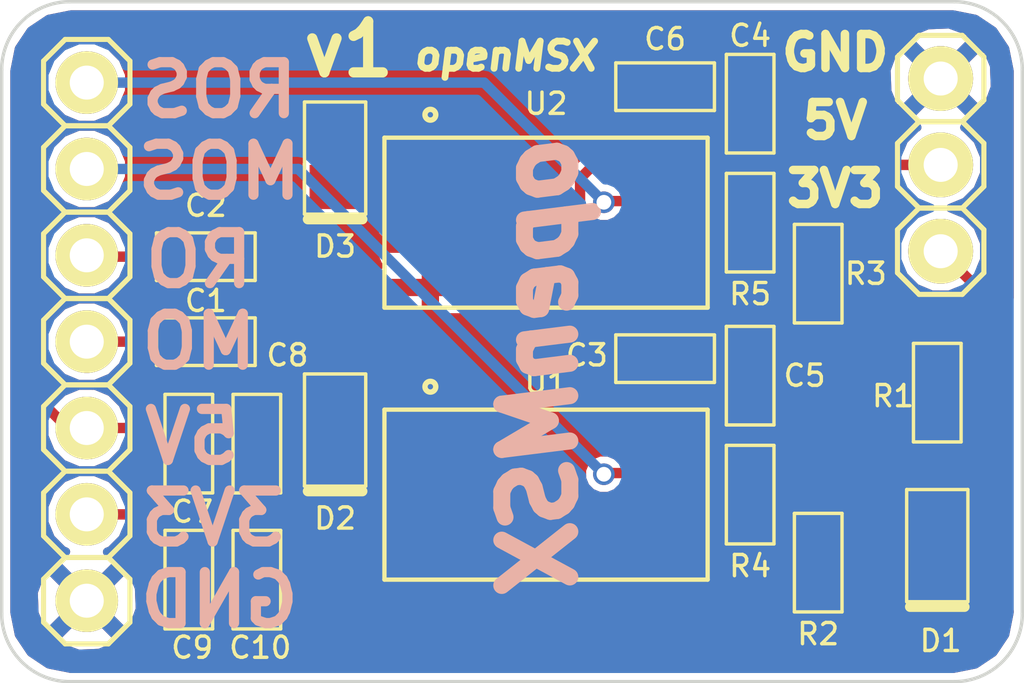
<source format=kicad_pcb>
(kicad_pcb (version 3) (host pcbnew "(2014-06-26 BZR 4956)-product")

  (general
    (links 48)
    (no_connects 0)
    (area 64.949999 89.2501 95.050001 110.6442)
    (thickness 1.6)
    (drawings 21)
    (tracks 97)
    (zones 0)
    (modules 22)
    (nets 15)
  )

  (page A4)
  (layers
    (15 F.Cu signal)
    (0 B.Cu signal)
    (16 B.Adhes user hide)
    (17 F.Adhes user hide)
    (18 B.Paste user hide)
    (19 F.Paste user hide)
    (20 B.SilkS user)
    (21 F.SilkS user)
    (22 B.Mask user hide)
    (23 F.Mask user hide)
    (24 Dwgs.User user hide)
    (25 Cmts.User user hide)
    (26 Eco1.User user hide)
    (27 Eco2.User user hide)
    (28 Edge.Cuts user)
  )

  (setup
    (last_trace_width 0.3048)
    (trace_clearance 0.1524)
    (zone_clearance 0.2032)
    (zone_45_only no)
    (trace_min 0.2032)
    (segment_width 0.2)
    (edge_width 0.1)
    (via_size 0.635)
    (via_drill 0.4318)
    (via_min_size 0.635)
    (via_min_drill 0.4318)
    (uvia_size 0.508)
    (uvia_drill 0.127)
    (uvias_allowed no)
    (uvia_min_size 0.508)
    (uvia_min_drill 0.127)
    (pcb_text_width 0.3)
    (pcb_text_size 1.5 1.5)
    (mod_edge_width 0.15)
    (mod_text_size 1 1)
    (mod_text_width 0.15)
    (pad_size 1.5 1.5)
    (pad_drill 0)
    (pad_to_mask_clearance 0)
    (aux_axis_origin 0 0)
    (visible_elements FFFFFF7F)
    (pcbplotparams
      (layerselection 284196865)
      (usegerberextensions true)
      (excludeedgelayer true)
      (linewidth 0.150000)
      (plotframeref false)
      (viasonmask false)
      (mode 1)
      (useauxorigin false)
      (hpglpennumber 1)
      (hpglpenspeed 20)
      (hpglpendiameter 15)
      (hpglpenoverlay 2)
      (psnegative false)
      (psa4output false)
      (plotreference true)
      (plotvalue true)
      (plotinvisibletext false)
      (padsonsilk false)
      (subtractmaskfromsilk false)
      (outputformat 1)
      (mirror false)
      (drillshape 0)
      (scaleselection 1)
      (outputdirectory /tmp/))
  )

  (net 0 "")
  (net 1 +3.3V)
  (net 2 +5V)
  (net 3 /MO)
  (net 4 /RO)
  (net 5 GND)
  (net 6 "Net-(D1-Pad1)")
  (net 7 /MO_SAMPLE)
  (net 8 /RO_SAMPLE)
  (net 9 "Net-(R2-Pad1)")
  (net 10 "Net-(R3-Pad1)")
  (net 11 /MOA)
  (net 12 /ROA)
  (net 13 /MOO)
  (net 14 /ROO)

  (net_class Default "This is the default net class."
    (clearance 0.1524)
    (trace_width 0.3048)
    (via_dia 0.635)
    (via_drill 0.4318)
    (uvia_dia 0.508)
    (uvia_drill 0.127)
    (add_net /MO)
    (add_net /MOA)
    (add_net /MOO)
    (add_net /MO_SAMPLE)
    (add_net /RO)
    (add_net /ROA)
    (add_net /ROO)
    (add_net /RO_SAMPLE)
    (add_net /~RESETD)
    (add_net "Net-(D1-Pad1)")
    (add_net "Net-(R2-Pad1)")
    (add_net "Net-(R3-Pad1)")
  )

  (net_class Power ""
    (clearance 0.1524)
    (trace_width 0.3048)
    (via_dia 0.635)
    (via_drill 0.4318)
    (uvia_dia 0.508)
    (uvia_drill 0.127)
    (add_net +3.3V)
    (add_net +5V)
    (add_net GND)
  )

  (module pretty:0603_S (layer F.Cu) (tedit 53DDECE5) (tstamp 53B2FEFA)
    (at 71 97.5)
    (descr "Generic 0603 footprint made slightly smaller for more densely populated boards used for resistor and capacitor")
    (path /53DE03F9)
    (fp_text reference C2 (at 0 -1.5) (layer F.SilkS)
      (effects (font (size 0.625 0.625) (thickness 0.1)))
    )
    (fp_text value 0.1uF (at 0 1.4) (layer F.SilkS) hide
      (effects (font (size 0.625 0.625) (thickness 0.1)))
    )
    (fp_line (start -0.35 -0.45) (end 0.35 -0.45) (layer Dwgs.User) (width 0.1))
    (fp_line (start -0.35 0.45) (end 0.35 0.45) (layer Dwgs.User) (width 0.1))
    (fp_poly (pts (xy -0.85 -0.5) (xy -0.85 0.5) (xy -0.35 0.5) (xy -0.35 -0.5)
      (xy -0.85 -0.5)) (layer Dwgs.User) (width 0.15))
    (fp_poly (pts (xy 0.35 -0.5) (xy 0.35 0.5) (xy 0.85 0.5) (xy 0.85 -0.5)
      (xy 0.35 -0.5)) (layer Dwgs.User) (width 0.15))
    (fp_line (start -1.45 0.7) (end 1.45 0.7) (layer F.SilkS) (width 0.1))
    (fp_line (start 1.45 0.7) (end 1.45 -0.7) (layer F.SilkS) (width 0.1))
    (fp_line (start 1.45 -0.7) (end -1.45 -0.7) (layer F.SilkS) (width 0.1))
    (fp_line (start -1.45 -0.7) (end -1.45 0.7) (layer F.SilkS) (width 0.1))
    (pad 1 smd rect (at -0.85 0) (size 0.7 1) (layers F.Cu F.Paste F.Mask)
      (net 4 /RO))
    (pad 2 smd rect (at 0.85 0) (size 0.7 1) (layers F.Cu F.Paste F.Mask)
      (net 12 /ROA))
  )

  (module pretty:0603_S (layer F.Cu) (tedit 53DDED2B) (tstamp 53B2FF07)
    (at 84.5 100.5)
    (descr "Generic 0603 footprint made slightly smaller for more densely populated boards used for resistor and capacitor")
    (path /53DDF53A)
    (fp_text reference C3 (at -2.3 -0.1) (layer F.SilkS)
      (effects (font (size 0.625 0.625) (thickness 0.1)))
    )
    (fp_text value 0.1uF (at 0 1.4) (layer F.SilkS) hide
      (effects (font (size 0.625 0.625) (thickness 0.1)))
    )
    (fp_line (start -0.35 -0.45) (end 0.35 -0.45) (layer Dwgs.User) (width 0.1))
    (fp_line (start -0.35 0.45) (end 0.35 0.45) (layer Dwgs.User) (width 0.1))
    (fp_poly (pts (xy -0.85 -0.5) (xy -0.85 0.5) (xy -0.35 0.5) (xy -0.35 -0.5)
      (xy -0.85 -0.5)) (layer Dwgs.User) (width 0.15))
    (fp_poly (pts (xy 0.35 -0.5) (xy 0.35 0.5) (xy 0.85 0.5) (xy 0.85 -0.5)
      (xy 0.35 -0.5)) (layer Dwgs.User) (width 0.15))
    (fp_line (start -1.45 0.7) (end 1.45 0.7) (layer F.SilkS) (width 0.1))
    (fp_line (start 1.45 0.7) (end 1.45 -0.7) (layer F.SilkS) (width 0.1))
    (fp_line (start 1.45 -0.7) (end -1.45 -0.7) (layer F.SilkS) (width 0.1))
    (fp_line (start -1.45 -0.7) (end -1.45 0.7) (layer F.SilkS) (width 0.1))
    (pad 1 smd rect (at -0.85 0) (size 0.7 1) (layers F.Cu F.Paste F.Mask)
      (net 5 GND))
    (pad 2 smd rect (at 0.85 0) (size 0.7 1) (layers F.Cu F.Paste F.Mask)
      (net 2 +5V))
  )

  (module pretty:0603_S (layer F.Cu) (tedit 53DDED1F) (tstamp 53B2FF14)
    (at 87 93 90)
    (descr "Generic 0603 footprint made slightly smaller for more densely populated boards used for resistor and capacitor")
    (path /53DE03DE)
    (fp_text reference C4 (at 2 0 180) (layer F.SilkS)
      (effects (font (size 0.625 0.625) (thickness 0.1)))
    )
    (fp_text value 0.1uF (at 0 1.4 90) (layer F.SilkS) hide
      (effects (font (size 0.625 0.625) (thickness 0.1)))
    )
    (fp_line (start -0.35 -0.45) (end 0.35 -0.45) (layer Dwgs.User) (width 0.1))
    (fp_line (start -0.35 0.45) (end 0.35 0.45) (layer Dwgs.User) (width 0.1))
    (fp_poly (pts (xy -0.85 -0.5) (xy -0.85 0.5) (xy -0.35 0.5) (xy -0.35 -0.5)
      (xy -0.85 -0.5)) (layer Dwgs.User) (width 0.15))
    (fp_poly (pts (xy 0.35 -0.5) (xy 0.35 0.5) (xy 0.85 0.5) (xy 0.85 -0.5)
      (xy 0.35 -0.5)) (layer Dwgs.User) (width 0.15))
    (fp_line (start -1.45 0.7) (end 1.45 0.7) (layer F.SilkS) (width 0.1))
    (fp_line (start 1.45 0.7) (end 1.45 -0.7) (layer F.SilkS) (width 0.1))
    (fp_line (start 1.45 -0.7) (end -1.45 -0.7) (layer F.SilkS) (width 0.1))
    (fp_line (start -1.45 -0.7) (end -1.45 0.7) (layer F.SilkS) (width 0.1))
    (pad 1 smd rect (at -0.85 0 90) (size 0.7 1) (layers F.Cu F.Paste F.Mask)
      (net 5 GND))
    (pad 2 smd rect (at 0.85 0 90) (size 0.7 1) (layers F.Cu F.Paste F.Mask)
      (net 2 +5V))
  )

  (module pretty:0603_S (layer F.Cu) (tedit 53DDED2F) (tstamp 53B2FF21)
    (at 87 101 90)
    (descr "Generic 0603 footprint made slightly smaller for more densely populated boards used for resistor and capacitor")
    (path /53DDF746)
    (fp_text reference C5 (at 0 1.6 180) (layer F.SilkS)
      (effects (font (size 0.625 0.625) (thickness 0.1)))
    )
    (fp_text value 1uF (at 0 1.4 90) (layer F.SilkS) hide
      (effects (font (size 0.625 0.625) (thickness 0.1)))
    )
    (fp_line (start -0.35 -0.45) (end 0.35 -0.45) (layer Dwgs.User) (width 0.1))
    (fp_line (start -0.35 0.45) (end 0.35 0.45) (layer Dwgs.User) (width 0.1))
    (fp_poly (pts (xy -0.85 -0.5) (xy -0.85 0.5) (xy -0.35 0.5) (xy -0.35 -0.5)
      (xy -0.85 -0.5)) (layer Dwgs.User) (width 0.15))
    (fp_poly (pts (xy 0.35 -0.5) (xy 0.35 0.5) (xy 0.85 0.5) (xy 0.85 -0.5)
      (xy 0.35 -0.5)) (layer Dwgs.User) (width 0.15))
    (fp_line (start -1.45 0.7) (end 1.45 0.7) (layer F.SilkS) (width 0.1))
    (fp_line (start 1.45 0.7) (end 1.45 -0.7) (layer F.SilkS) (width 0.1))
    (fp_line (start 1.45 -0.7) (end -1.45 -0.7) (layer F.SilkS) (width 0.1))
    (fp_line (start -1.45 -0.7) (end -1.45 0.7) (layer F.SilkS) (width 0.1))
    (pad 1 smd rect (at -0.85 0 90) (size 0.7 1) (layers F.Cu F.Paste F.Mask)
      (net 5 GND))
    (pad 2 smd rect (at 0.85 0 90) (size 0.7 1) (layers F.Cu F.Paste F.Mask)
      (net 2 +5V))
  )

  (module pretty:0603_S (layer F.Cu) (tedit 53B2F79D) (tstamp 53B2FF2E)
    (at 84.5 92.5)
    (descr "Generic 0603 footprint made slightly smaller for more densely populated boards used for resistor and capacitor")
    (path /53DE03EA)
    (fp_text reference C6 (at 0 -1.4) (layer F.SilkS)
      (effects (font (size 0.625 0.625) (thickness 0.1)))
    )
    (fp_text value 1uF (at 0 1.4) (layer F.SilkS) hide
      (effects (font (size 0.625 0.625) (thickness 0.1)))
    )
    (fp_line (start -0.35 -0.45) (end 0.35 -0.45) (layer Dwgs.User) (width 0.1))
    (fp_line (start -0.35 0.45) (end 0.35 0.45) (layer Dwgs.User) (width 0.1))
    (fp_poly (pts (xy -0.85 -0.5) (xy -0.85 0.5) (xy -0.35 0.5) (xy -0.35 -0.5)
      (xy -0.85 -0.5)) (layer Dwgs.User) (width 0.15))
    (fp_poly (pts (xy 0.35 -0.5) (xy 0.35 0.5) (xy 0.85 0.5) (xy 0.85 -0.5)
      (xy 0.35 -0.5)) (layer Dwgs.User) (width 0.15))
    (fp_line (start -1.45 0.7) (end 1.45 0.7) (layer F.SilkS) (width 0.1))
    (fp_line (start 1.45 0.7) (end 1.45 -0.7) (layer F.SilkS) (width 0.1))
    (fp_line (start 1.45 -0.7) (end -1.45 -0.7) (layer F.SilkS) (width 0.1))
    (fp_line (start -1.45 -0.7) (end -1.45 0.7) (layer F.SilkS) (width 0.1))
    (pad 1 smd rect (at -0.85 0) (size 0.7 1) (layers F.Cu F.Paste F.Mask)
      (net 5 GND))
    (pad 2 smd rect (at 0.85 0) (size 0.7 1) (layers F.Cu F.Paste F.Mask)
      (net 2 +5V))
  )

  (module pretty:0805_LED (layer F.Cu) (tedit 53DDED34) (tstamp 53B30025)
    (at 92.5 106 270)
    (descr "Generic 0805 footprint with LED direction marker")
    (path /52F7EA45)
    (fp_text reference D1 (at 2.8 -0.1 360) (layer F.SilkS)
      (effects (font (size 0.625 0.625) (thickness 0.1)))
    )
    (fp_text value LED (at 0 1.5 270) (layer F.SilkS) hide
      (effects (font (size 0.625 0.625) (thickness 0.1)))
    )
    (fp_line (start -0.35 -0.65) (end 0.35 -0.65) (layer Dwgs.User) (width 0.1))
    (fp_line (start -0.35 0.65) (end 0.35 0.65) (layer Dwgs.User) (width 0.1))
    (fp_poly (pts (xy -1.1 -0.7) (xy -1.1 0.7) (xy -0.35 0.7) (xy -0.35 -0.7)
      (xy -1.1 -0.7)) (layer Dwgs.User) (width 0.15))
    (fp_poly (pts (xy 0.35 -0.7) (xy 0.35 0.7) (xy 1.1 0.7) (xy 1.1 -0.7)
      (xy 0.35 -0.7)) (layer Dwgs.User) (width 0.15))
    (fp_line (start -1.65 0.9) (end 1.65 0.9) (layer F.SilkS) (width 0.1))
    (fp_line (start 1.65 0.9) (end 1.65 -0.9) (layer F.SilkS) (width 0.1))
    (fp_line (start 1.65 -0.9) (end -1.65 -0.9) (layer F.SilkS) (width 0.1))
    (fp_line (start -1.65 -0.9) (end -1.65 0.9) (layer F.SilkS) (width 0.1))
    (fp_line (start 1.8 0.8) (end 1.8 -0.8) (layer F.SilkS) (width 0.3))
    (pad 1 smd rect (at -0.85 0 270) (size 1.3 1.5) (layers F.Cu F.Paste F.Mask)
      (net 6 "Net-(D1-Pad1)"))
    (pad 2 smd rect (at 0.85 0 270) (size 1.3 1.5) (layers F.Cu F.Paste F.Mask)
      (net 5 GND))
  )

  (module pretty:0805_LED (layer F.Cu) (tedit 53DDED05) (tstamp 53B30033)
    (at 74.8 102.6 270)
    (descr "Generic 0805 footprint with LED direction marker")
    (path /53DDF3EF)
    (fp_text reference D2 (at 2.6 0 360) (layer F.SilkS)
      (effects (font (size 0.625 0.625) (thickness 0.1)))
    )
    (fp_text value D (at 0 1.5 270) (layer F.SilkS) hide
      (effects (font (size 0.625 0.625) (thickness 0.1)))
    )
    (fp_line (start -0.35 -0.65) (end 0.35 -0.65) (layer Dwgs.User) (width 0.1))
    (fp_line (start -0.35 0.65) (end 0.35 0.65) (layer Dwgs.User) (width 0.1))
    (fp_poly (pts (xy -1.1 -0.7) (xy -1.1 0.7) (xy -0.35 0.7) (xy -0.35 -0.7)
      (xy -1.1 -0.7)) (layer Dwgs.User) (width 0.15))
    (fp_poly (pts (xy 0.35 -0.7) (xy 0.35 0.7) (xy 1.1 0.7) (xy 1.1 -0.7)
      (xy 0.35 -0.7)) (layer Dwgs.User) (width 0.15))
    (fp_line (start -1.65 0.9) (end 1.65 0.9) (layer F.SilkS) (width 0.1))
    (fp_line (start 1.65 0.9) (end 1.65 -0.9) (layer F.SilkS) (width 0.1))
    (fp_line (start 1.65 -0.9) (end -1.65 -0.9) (layer F.SilkS) (width 0.1))
    (fp_line (start -1.65 -0.9) (end -1.65 0.9) (layer F.SilkS) (width 0.1))
    (fp_line (start 1.8 0.8) (end 1.8 -0.8) (layer F.SilkS) (width 0.3))
    (pad 1 smd rect (at -0.85 0 270) (size 1.3 1.5) (layers F.Cu F.Paste F.Mask)
      (net 13 /MOO))
    (pad 2 smd rect (at 0.85 0 270) (size 1.3 1.5) (layers F.Cu F.Paste F.Mask)
      (net 11 /MOA))
  )

  (module pretty:0805_LED (layer F.Cu) (tedit 53DDED09) (tstamp 53B30041)
    (at 74.8 94.6 270)
    (descr "Generic 0805 footprint with LED direction marker")
    (path /53DE03CE)
    (fp_text reference D3 (at 2.6 0 360) (layer F.SilkS)
      (effects (font (size 0.625 0.625) (thickness 0.1)))
    )
    (fp_text value D (at 0 1.5 270) (layer F.SilkS) hide
      (effects (font (size 0.625 0.625) (thickness 0.1)))
    )
    (fp_line (start -0.35 -0.65) (end 0.35 -0.65) (layer Dwgs.User) (width 0.1))
    (fp_line (start -0.35 0.65) (end 0.35 0.65) (layer Dwgs.User) (width 0.1))
    (fp_poly (pts (xy -1.1 -0.7) (xy -1.1 0.7) (xy -0.35 0.7) (xy -0.35 -0.7)
      (xy -1.1 -0.7)) (layer Dwgs.User) (width 0.15))
    (fp_poly (pts (xy 0.35 -0.7) (xy 0.35 0.7) (xy 1.1 0.7) (xy 1.1 -0.7)
      (xy 0.35 -0.7)) (layer Dwgs.User) (width 0.15))
    (fp_line (start -1.65 0.9) (end 1.65 0.9) (layer F.SilkS) (width 0.1))
    (fp_line (start 1.65 0.9) (end 1.65 -0.9) (layer F.SilkS) (width 0.1))
    (fp_line (start 1.65 -0.9) (end -1.65 -0.9) (layer F.SilkS) (width 0.1))
    (fp_line (start -1.65 -0.9) (end -1.65 0.9) (layer F.SilkS) (width 0.1))
    (fp_line (start 1.8 0.8) (end 1.8 -0.8) (layer F.SilkS) (width 0.3))
    (pad 1 smd rect (at -0.85 0 270) (size 1.3 1.5) (layers F.Cu F.Paste F.Mask)
      (net 14 /ROO))
    (pad 2 smd rect (at 0.85 0 270) (size 1.3 1.5) (layers F.Cu F.Paste F.Mask)
      (net 12 /ROA))
  )

  (module pretty:PIN_1X3 (layer F.Cu) (tedit 53DDEDB3) (tstamp 53B30111)
    (at 92.6 94.8)
    (descr "3 pin pinheader")
    (path /52F821B5)
    (fp_text reference K1 (at 0 -4.81) (layer F.SilkS) hide
      (effects (font (size 0.625 0.625) (thickness 0.1)))
    )
    (fp_text value CONN_3 (at 0 4.81) (layer F.SilkS) hide
      (effects (font (size 0.625 0.625) (thickness 0.1)))
    )
    (fp_line (start 1.27 -1.905) (end 1.27 -3.175) (layer F.SilkS) (width 0.15))
    (fp_line (start 0.635 -3.81) (end -0.635 -3.81) (layer F.SilkS) (width 0.15))
    (fp_line (start -1.27 -3.175) (end -1.27 -1.905) (layer F.SilkS) (width 0.15))
    (fp_line (start -0.635 -1.27) (end 0.635 -1.27) (layer F.SilkS) (width 0.15))
    (fp_line (start 1.27 -3.175) (end 0.635 -3.81) (layer F.SilkS) (width 0.15))
    (fp_line (start -0.635 -3.81) (end -1.27 -3.175) (layer F.SilkS) (width 0.15))
    (fp_line (start -1.27 -1.905) (end -0.635 -1.27) (layer F.SilkS) (width 0.15))
    (fp_line (start 0.635 -1.27) (end 1.27 -1.905) (layer F.SilkS) (width 0.15))
    (fp_line (start 1.27 0.635) (end 1.27 -0.635) (layer F.SilkS) (width 0.15))
    (fp_line (start 0.635 -1.27) (end -0.635 -1.27) (layer F.SilkS) (width 0.15))
    (fp_line (start -1.27 -0.635) (end -1.27 0.635) (layer F.SilkS) (width 0.15))
    (fp_line (start -0.635 1.27) (end 0.635 1.27) (layer F.SilkS) (width 0.15))
    (fp_line (start 1.27 -0.635) (end 0.635 -1.27) (layer F.SilkS) (width 0.15))
    (fp_line (start -0.635 -1.27) (end -1.27 -0.635) (layer F.SilkS) (width 0.15))
    (fp_line (start -1.27 0.635) (end -0.635 1.27) (layer F.SilkS) (width 0.15))
    (fp_line (start 0.635 1.27) (end 1.27 0.635) (layer F.SilkS) (width 0.15))
    (fp_line (start 1.27 3.175) (end 1.27 1.905) (layer F.SilkS) (width 0.15))
    (fp_line (start 0.635 1.27) (end -0.635 1.27) (layer F.SilkS) (width 0.15))
    (fp_line (start -1.27 1.905) (end -1.27 3.175) (layer F.SilkS) (width 0.15))
    (fp_line (start -0.635 3.81) (end 0.635 3.81) (layer F.SilkS) (width 0.15))
    (fp_line (start 1.27 1.905) (end 0.635 1.27) (layer F.SilkS) (width 0.15))
    (fp_line (start -0.635 1.27) (end -1.27 1.905) (layer F.SilkS) (width 0.15))
    (fp_line (start -1.27 3.175) (end -0.635 3.81) (layer F.SilkS) (width 0.15))
    (fp_line (start 0.635 3.81) (end 1.27 3.175) (layer F.SilkS) (width 0.15))
    (pad 1 thru_hole circle (at 0 -2.54) (size 1.906 1.906) (drill 1) (layers *.Cu *.Mask F.SilkS)
      (net 5 GND))
    (pad 2 thru_hole circle (at 0 0) (size 1.906 1.906) (drill 1) (layers *.Cu *.Mask F.SilkS)
      (net 2 +5V))
    (pad 3 thru_hole circle (at 0 2.54) (size 1.906 1.906) (drill 1) (layers *.Cu *.Mask F.SilkS)
      (net 1 +3.3V))
  )

  (module pretty:PIN_1X7_S (layer F.Cu) (tedit 53DDECFF) (tstamp 53C2A824)
    (at 67.5 100 180)
    (descr "8 pin pinheader")
    (path /53C2AB8E)
    (fp_text reference P31 (at 0 -9.89 180) (layer F.SilkS) hide
      (effects (font (size 0.625 0.625) (thickness 0.1)))
    )
    (fp_text value CONN_7 (at 0 9.89 180) (layer F.SilkS) hide
      (effects (font (size 0.625 0.625) (thickness 0.1)))
    )
    (fp_line (start 1.27 -6.985) (end 1.27 -8.255) (layer F.SilkS) (width 0.15))
    (fp_line (start 0.635 -8.89) (end -0.635 -8.89) (layer F.SilkS) (width 0.15))
    (fp_line (start -1.27 -8.255) (end -1.27 -6.985) (layer F.SilkS) (width 0.15))
    (fp_line (start -0.635 -6.35) (end 0.635 -6.35) (layer F.SilkS) (width 0.15))
    (fp_line (start 1.27 -8.255) (end 0.635 -8.89) (layer F.SilkS) (width 0.15))
    (fp_line (start -0.635 -8.89) (end -1.27 -8.255) (layer F.SilkS) (width 0.15))
    (fp_line (start -1.27 -6.985) (end -0.635 -6.35) (layer F.SilkS) (width 0.15))
    (fp_line (start 0.635 -6.35) (end 1.27 -6.985) (layer F.SilkS) (width 0.15))
    (fp_line (start 1.27 -4.445) (end 1.27 -5.715) (layer F.SilkS) (width 0.15))
    (fp_line (start 0.635 -6.35) (end -0.635 -6.35) (layer F.SilkS) (width 0.15))
    (fp_line (start -1.27 -5.715) (end -1.27 -4.445) (layer F.SilkS) (width 0.15))
    (fp_line (start -0.635 -3.81) (end 0.635 -3.81) (layer F.SilkS) (width 0.15))
    (fp_line (start 1.27 -5.715) (end 0.635 -6.35) (layer F.SilkS) (width 0.15))
    (fp_line (start -0.635 -6.35) (end -1.27 -5.715) (layer F.SilkS) (width 0.15))
    (fp_line (start -1.27 -4.445) (end -0.635 -3.81) (layer F.SilkS) (width 0.15))
    (fp_line (start 0.635 -3.81) (end 1.27 -4.445) (layer F.SilkS) (width 0.15))
    (fp_line (start 1.27 -1.905) (end 1.27 -3.175) (layer F.SilkS) (width 0.15))
    (fp_line (start 0.635 -3.81) (end -0.635 -3.81) (layer F.SilkS) (width 0.15))
    (fp_line (start -1.27 -3.175) (end -1.27 -1.905) (layer F.SilkS) (width 0.15))
    (fp_line (start -0.635 -1.27) (end 0.635 -1.27) (layer F.SilkS) (width 0.15))
    (fp_line (start 1.27 -3.175) (end 0.635 -3.81) (layer F.SilkS) (width 0.15))
    (fp_line (start -0.635 -3.81) (end -1.27 -3.175) (layer F.SilkS) (width 0.15))
    (fp_line (start -1.27 -1.905) (end -0.635 -1.27) (layer F.SilkS) (width 0.15))
    (fp_line (start 0.635 -1.27) (end 1.27 -1.905) (layer F.SilkS) (width 0.15))
    (fp_line (start 1.27 0.635) (end 1.27 -0.635) (layer F.SilkS) (width 0.15))
    (fp_line (start 0.635 -1.27) (end -0.635 -1.27) (layer F.SilkS) (width 0.15))
    (fp_line (start -1.27 -0.635) (end -1.27 0.635) (layer F.SilkS) (width 0.15))
    (fp_line (start -0.635 1.27) (end 0.635 1.27) (layer F.SilkS) (width 0.15))
    (fp_line (start 1.27 -0.635) (end 0.635 -1.27) (layer F.SilkS) (width 0.15))
    (fp_line (start -0.635 -1.27) (end -1.27 -0.635) (layer F.SilkS) (width 0.15))
    (fp_line (start -1.27 0.635) (end -0.635 1.27) (layer F.SilkS) (width 0.15))
    (fp_line (start 0.635 1.27) (end 1.27 0.635) (layer F.SilkS) (width 0.15))
    (fp_line (start 1.27 3.175) (end 1.27 1.905) (layer F.SilkS) (width 0.15))
    (fp_line (start 0.635 1.27) (end -0.635 1.27) (layer F.SilkS) (width 0.15))
    (fp_line (start -1.27 1.905) (end -1.27 3.175) (layer F.SilkS) (width 0.15))
    (fp_line (start -0.635 3.81) (end 0.635 3.81) (layer F.SilkS) (width 0.15))
    (fp_line (start 1.27 1.905) (end 0.635 1.27) (layer F.SilkS) (width 0.15))
    (fp_line (start -0.635 1.27) (end -1.27 1.905) (layer F.SilkS) (width 0.15))
    (fp_line (start -1.27 3.175) (end -0.635 3.81) (layer F.SilkS) (width 0.15))
    (fp_line (start 0.635 3.81) (end 1.27 3.175) (layer F.SilkS) (width 0.15))
    (fp_line (start 1.27 5.715) (end 1.27 4.445) (layer F.SilkS) (width 0.15))
    (fp_line (start 0.635 3.81) (end -0.635 3.81) (layer F.SilkS) (width 0.15))
    (fp_line (start -1.27 4.445) (end -1.27 5.715) (layer F.SilkS) (width 0.15))
    (fp_line (start -0.635 6.35) (end 0.635 6.35) (layer F.SilkS) (width 0.15))
    (fp_line (start 1.27 4.445) (end 0.635 3.81) (layer F.SilkS) (width 0.15))
    (fp_line (start -0.635 3.81) (end -1.27 4.445) (layer F.SilkS) (width 0.15))
    (fp_line (start -1.27 5.715) (end -0.635 6.35) (layer F.SilkS) (width 0.15))
    (fp_line (start 0.635 6.35) (end 1.27 5.715) (layer F.SilkS) (width 0.15))
    (fp_line (start 1.27 8.255) (end 1.27 6.985) (layer F.SilkS) (width 0.15))
    (fp_line (start 0.635 6.35) (end -0.635 6.35) (layer F.SilkS) (width 0.15))
    (fp_line (start -1.27 6.985) (end -1.27 8.255) (layer F.SilkS) (width 0.15))
    (fp_line (start -0.635 8.89) (end 0.635 8.89) (layer F.SilkS) (width 0.15))
    (fp_line (start 1.27 6.985) (end 0.635 6.35) (layer F.SilkS) (width 0.15))
    (fp_line (start -0.635 6.35) (end -1.27 6.985) (layer F.SilkS) (width 0.15))
    (fp_line (start -1.27 8.255) (end -0.635 8.89) (layer F.SilkS) (width 0.15))
    (fp_line (start 0.635 8.89) (end 1.27 8.255) (layer F.SilkS) (width 0.15))
    (pad 1 thru_hole circle (at 0 -7.62 180) (size 1.84 1.84) (drill 1) (layers *.Cu *.Mask F.SilkS)
      (net 5 GND))
    (pad 2 thru_hole circle (at 0 -5.08 180) (size 1.84 1.84) (drill 1) (layers *.Cu *.Mask F.SilkS)
      (net 1 +3.3V))
    (pad 3 thru_hole circle (at 0 -2.54 180) (size 1.84 1.84) (drill 1) (layers *.Cu *.Mask F.SilkS)
      (net 2 +5V))
    (pad 4 thru_hole circle (at 0 0 180) (size 1.84 1.84) (drill 1) (layers *.Cu *.Mask F.SilkS)
      (net 3 /MO))
    (pad 5 thru_hole circle (at 0 2.54 180) (size 1.84 1.84) (drill 1) (layers *.Cu *.Mask F.SilkS)
      (net 4 /RO))
    (pad 6 thru_hole circle (at 0 5.08 180) (size 1.84 1.84) (drill 1) (layers *.Cu *.Mask F.SilkS)
      (net 7 /MO_SAMPLE))
    (pad 7 thru_hole circle (at 0 7.62 180) (size 1.84 1.84) (drill 1) (layers *.Cu *.Mask F.SilkS)
      (net 8 /RO_SAMPLE))
  )

  (module pretty:0603_S_R (layer F.Cu) (tedit 53DDED31) (tstamp 53C2A866)
    (at 92.5 101.5 90)
    (descr "Generic 0603 footprint made slightly smaller for more densely populated boards used for resistor and capacitor")
    (path /52F7EA36)
    (fp_text reference R1 (at -0.1 -1.3 180) (layer F.SilkS)
      (effects (font (size 0.625 0.625) (thickness 0.1)))
    )
    (fp_text value 3k3 (at 0 1.4 90) (layer F.SilkS) hide
      (effects (font (size 0.625 0.625) (thickness 0.1)))
    )
    (fp_line (start -0.35 -0.45) (end 0.35 -0.45) (layer Dwgs.User) (width 0.1))
    (fp_line (start -0.35 0.45) (end 0.35 0.45) (layer Dwgs.User) (width 0.1))
    (fp_poly (pts (xy -0.85 -0.5) (xy -0.85 0.5) (xy -0.35 0.5) (xy -0.35 -0.5)
      (xy -0.85 -0.5)) (layer Dwgs.User) (width 0.15))
    (fp_poly (pts (xy 0.35 -0.5) (xy 0.35 0.5) (xy 0.85 0.5) (xy 0.85 -0.5)
      (xy 0.35 -0.5)) (layer Dwgs.User) (width 0.15))
    (fp_line (start -1.45 0.7) (end 1.45 0.7) (layer F.SilkS) (width 0.1))
    (fp_line (start 1.45 0.7) (end 1.45 -0.7) (layer F.SilkS) (width 0.1))
    (fp_line (start 1.45 -0.7) (end -1.45 -0.7) (layer F.SilkS) (width 0.1))
    (fp_line (start -1.45 -0.7) (end -1.45 0.7) (layer F.SilkS) (width 0.1))
    (pad 1 smd rect (at -0.85 0 90) (size 0.7 1) (layers F.Cu F.Paste F.Mask)
      (net 6 "Net-(D1-Pad1)"))
    (pad 2 smd rect (at 0.85 0 90) (size 0.7 1) (layers F.Cu F.Paste F.Mask)
      (net 2 +5V))
    (model smd/resistors/R0603.wrl
      (at (xyz 0 0 0))
      (scale (xyz 1 1 1))
      (rotate (xyz 0 0 0))
    )
  )

  (module pretty:0603_S_R (layer F.Cu) (tedit 53DDED37) (tstamp 53C2A873)
    (at 89 106.5 270)
    (descr "Generic 0603 footprint made slightly smaller for more densely populated boards used for resistor and capacitor")
    (path /53DDF9B3)
    (fp_text reference R2 (at 2.1 0 360) (layer F.SilkS)
      (effects (font (size 0.625 0.625) (thickness 0.1)))
    )
    (fp_text value R (at 0 1.4 270) (layer F.SilkS) hide
      (effects (font (size 0.625 0.625) (thickness 0.1)))
    )
    (fp_line (start -0.35 -0.45) (end 0.35 -0.45) (layer Dwgs.User) (width 0.1))
    (fp_line (start -0.35 0.45) (end 0.35 0.45) (layer Dwgs.User) (width 0.1))
    (fp_poly (pts (xy -0.85 -0.5) (xy -0.85 0.5) (xy -0.35 0.5) (xy -0.35 -0.5)
      (xy -0.85 -0.5)) (layer Dwgs.User) (width 0.15))
    (fp_poly (pts (xy 0.35 -0.5) (xy 0.35 0.5) (xy 0.85 0.5) (xy 0.85 -0.5)
      (xy 0.35 -0.5)) (layer Dwgs.User) (width 0.15))
    (fp_line (start -1.45 0.7) (end 1.45 0.7) (layer F.SilkS) (width 0.1))
    (fp_line (start 1.45 0.7) (end 1.45 -0.7) (layer F.SilkS) (width 0.1))
    (fp_line (start 1.45 -0.7) (end -1.45 -0.7) (layer F.SilkS) (width 0.1))
    (fp_line (start -1.45 -0.7) (end -1.45 0.7) (layer F.SilkS) (width 0.1))
    (pad 1 smd rect (at -0.85 0 270) (size 0.7 1) (layers F.Cu F.Paste F.Mask)
      (net 9 "Net-(R2-Pad1)"))
    (pad 2 smd rect (at 0.85 0 270) (size 0.7 1) (layers F.Cu F.Paste F.Mask)
      (net 5 GND))
    (model smd/resistors/R0603.wrl
      (at (xyz 0 0 0))
      (scale (xyz 1 1 1))
      (rotate (xyz 0 0 0))
    )
  )

  (module pretty:0603_S_R (layer F.Cu) (tedit 53DDED25) (tstamp 53C2A880)
    (at 89 98 270)
    (descr "Generic 0603 footprint made slightly smaller for more densely populated boards used for resistor and capacitor")
    (path /53DE0401)
    (fp_text reference R3 (at 0 -1.4 360) (layer F.SilkS)
      (effects (font (size 0.625 0.625) (thickness 0.1)))
    )
    (fp_text value R (at 0 1.4 270) (layer F.SilkS) hide
      (effects (font (size 0.625 0.625) (thickness 0.1)))
    )
    (fp_line (start -0.35 -0.45) (end 0.35 -0.45) (layer Dwgs.User) (width 0.1))
    (fp_line (start -0.35 0.45) (end 0.35 0.45) (layer Dwgs.User) (width 0.1))
    (fp_poly (pts (xy -0.85 -0.5) (xy -0.85 0.5) (xy -0.35 0.5) (xy -0.35 -0.5)
      (xy -0.85 -0.5)) (layer Dwgs.User) (width 0.15))
    (fp_poly (pts (xy 0.35 -0.5) (xy 0.35 0.5) (xy 0.85 0.5) (xy 0.85 -0.5)
      (xy 0.35 -0.5)) (layer Dwgs.User) (width 0.15))
    (fp_line (start -1.45 0.7) (end 1.45 0.7) (layer F.SilkS) (width 0.1))
    (fp_line (start 1.45 0.7) (end 1.45 -0.7) (layer F.SilkS) (width 0.1))
    (fp_line (start 1.45 -0.7) (end -1.45 -0.7) (layer F.SilkS) (width 0.1))
    (fp_line (start -1.45 -0.7) (end -1.45 0.7) (layer F.SilkS) (width 0.1))
    (pad 1 smd rect (at -0.85 0 270) (size 0.7 1) (layers F.Cu F.Paste F.Mask)
      (net 10 "Net-(R3-Pad1)"))
    (pad 2 smd rect (at 0.85 0 270) (size 0.7 1) (layers F.Cu F.Paste F.Mask)
      (net 5 GND))
    (model smd/resistors/R0603.wrl
      (at (xyz 0 0 0))
      (scale (xyz 1 1 1))
      (rotate (xyz 0 0 0))
    )
  )

  (module pretty:0603_S_R (layer F.Cu) (tedit 53DDED3B) (tstamp 53C2A88D)
    (at 87 104.5 270)
    (descr "Generic 0603 footprint made slightly smaller for more densely populated boards used for resistor and capacitor")
    (path /53DDFA68)
    (fp_text reference R4 (at 2.1 0 360) (layer F.SilkS)
      (effects (font (size 0.625 0.625) (thickness 0.1)))
    )
    (fp_text value R (at 0 1.4 270) (layer F.SilkS) hide
      (effects (font (size 0.625 0.625) (thickness 0.1)))
    )
    (fp_line (start -0.35 -0.45) (end 0.35 -0.45) (layer Dwgs.User) (width 0.1))
    (fp_line (start -0.35 0.45) (end 0.35 0.45) (layer Dwgs.User) (width 0.1))
    (fp_poly (pts (xy -0.85 -0.5) (xy -0.85 0.5) (xy -0.35 0.5) (xy -0.35 -0.5)
      (xy -0.85 -0.5)) (layer Dwgs.User) (width 0.15))
    (fp_poly (pts (xy 0.35 -0.5) (xy 0.35 0.5) (xy 0.85 0.5) (xy 0.85 -0.5)
      (xy 0.35 -0.5)) (layer Dwgs.User) (width 0.15))
    (fp_line (start -1.45 0.7) (end 1.45 0.7) (layer F.SilkS) (width 0.1))
    (fp_line (start 1.45 0.7) (end 1.45 -0.7) (layer F.SilkS) (width 0.1))
    (fp_line (start 1.45 -0.7) (end -1.45 -0.7) (layer F.SilkS) (width 0.1))
    (fp_line (start -1.45 -0.7) (end -1.45 0.7) (layer F.SilkS) (width 0.1))
    (pad 1 smd rect (at -0.85 0 270) (size 0.7 1) (layers F.Cu F.Paste F.Mask)
      (net 7 /MO_SAMPLE))
    (pad 2 smd rect (at 0.85 0 270) (size 0.7 1) (layers F.Cu F.Paste F.Mask)
      (net 9 "Net-(R2-Pad1)"))
    (model smd/resistors/R0603.wrl
      (at (xyz 0 0 0))
      (scale (xyz 1 1 1))
      (rotate (xyz 0 0 0))
    )
  )

  (module pretty:0603_S_R (layer F.Cu) (tedit 53DDED23) (tstamp 53C2A89A)
    (at 87 96.5 270)
    (descr "Generic 0603 footprint made slightly smaller for more densely populated boards used for resistor and capacitor")
    (path /53DE040A)
    (fp_text reference R5 (at 2.1 0 360) (layer F.SilkS)
      (effects (font (size 0.625 0.625) (thickness 0.1)))
    )
    (fp_text value R (at 0 1.4 270) (layer F.SilkS) hide
      (effects (font (size 0.625 0.625) (thickness 0.1)))
    )
    (fp_line (start -0.35 -0.45) (end 0.35 -0.45) (layer Dwgs.User) (width 0.1))
    (fp_line (start -0.35 0.45) (end 0.35 0.45) (layer Dwgs.User) (width 0.1))
    (fp_poly (pts (xy -0.85 -0.5) (xy -0.85 0.5) (xy -0.35 0.5) (xy -0.35 -0.5)
      (xy -0.85 -0.5)) (layer Dwgs.User) (width 0.15))
    (fp_poly (pts (xy 0.35 -0.5) (xy 0.35 0.5) (xy 0.85 0.5) (xy 0.85 -0.5)
      (xy 0.35 -0.5)) (layer Dwgs.User) (width 0.15))
    (fp_line (start -1.45 0.7) (end 1.45 0.7) (layer F.SilkS) (width 0.1))
    (fp_line (start 1.45 0.7) (end 1.45 -0.7) (layer F.SilkS) (width 0.1))
    (fp_line (start 1.45 -0.7) (end -1.45 -0.7) (layer F.SilkS) (width 0.1))
    (fp_line (start -1.45 -0.7) (end -1.45 0.7) (layer F.SilkS) (width 0.1))
    (pad 1 smd rect (at -0.85 0 270) (size 0.7 1) (layers F.Cu F.Paste F.Mask)
      (net 8 /RO_SAMPLE))
    (pad 2 smd rect (at 0.85 0 270) (size 0.7 1) (layers F.Cu F.Paste F.Mask)
      (net 10 "Net-(R3-Pad1)"))
    (model smd/resistors/R0603.wrl
      (at (xyz 0 0 0))
      (scale (xyz 1 1 1))
      (rotate (xyz 0 0 0))
    )
  )

  (module pretty:ATMEL_SO8 (layer F.Cu) (tedit 53DDED17) (tstamp 53DDDE8A)
    (at 81 104.5)
    (descr "Atmel ATA6662C LIN driver")
    (path /53DDF231)
    (fp_text reference U1 (at 0 -3.3) (layer F.SilkS)
      (effects (font (size 0.625 0.625) (thickness 0.1)))
    )
    (fp_text value MCP6022 (at 0.15 4.85) (layer F.SilkS) hide
      (effects (font (thickness 0.15)))
    )
    (fp_circle (center -3.4 -3.175) (end -3.287747 -3.062747) (layer F.SilkS) (width 0.15875))
    (fp_line (start -2 2.5) (end 2 2.5) (layer Dwgs.User) (width 0.127))
    (fp_line (start 2 2.5) (end 2 -2.5) (layer Dwgs.User) (width 0.127))
    (fp_line (start 2 -2.5) (end -2 -2.5) (layer Dwgs.User) (width 0.127))
    (fp_line (start -2 -2.5) (end -2 2.5) (layer Dwgs.User) (width 0.127))
    (fp_line (start -4.75 2.5) (end 4.75 2.5) (layer F.SilkS) (width 0.127))
    (fp_line (start 4.75 2.5) (end 4.75 -2.5) (layer F.SilkS) (width 0.127))
    (fp_line (start 4.75 -2.5) (end -4.75 -2.5) (layer F.SilkS) (width 0.127))
    (fp_line (start -4.75 -2.5) (end -4.75 2.5) (layer F.SilkS) (width 0.127))
    (pad 1 smd rect (at -3.4 -1.905 180) (size 2 0.5) (layers F.Cu F.Paste F.Mask)
      (net 13 /MOO))
    (pad 2 smd rect (at -3.4 -0.635 180) (size 2 0.5) (layers F.Cu F.Paste F.Mask)
      (net 11 /MOA))
    (pad 3 smd rect (at -3.4 0.635 180) (size 2 0.5) (layers F.Cu F.Paste F.Mask)
      (net 5 GND))
    (pad 4 smd rect (at -3.4 1.905 180) (size 2 0.5) (layers F.Cu F.Paste F.Mask)
      (net 5 GND))
    (pad 5 smd rect (at 3.4 1.905) (size 2 0.5) (layers F.Cu F.Paste F.Mask)
      (net 13 /MOO))
    (pad 6 smd rect (at 3.4 0.635) (size 2 0.5) (layers F.Cu F.Paste F.Mask)
      (net 9 "Net-(R2-Pad1)"))
    (pad 7 smd rect (at 3.4 -0.635) (size 2 0.5) (layers F.Cu F.Paste F.Mask)
      (net 7 /MO_SAMPLE))
    (pad 8 smd rect (at 3.4 -1.905) (size 2 0.5) (layers F.Cu F.Paste F.Mask)
      (net 2 +5V))
  )

  (module pretty:ATMEL_SO8 (layer F.Cu) (tedit 53DDED14) (tstamp 53DDDE9E)
    (at 81 96.5)
    (descr "Atmel ATA6662C LIN driver")
    (path /53DE03B8)
    (fp_text reference U2 (at 0 -3.5) (layer F.SilkS)
      (effects (font (size 0.625 0.625) (thickness 0.1)))
    )
    (fp_text value MCP6022 (at 1.2 10.7) (layer F.SilkS) hide
      (effects (font (thickness 0.15)))
    )
    (fp_circle (center -3.4 -3.175) (end -3.287747 -3.062747) (layer F.SilkS) (width 0.15875))
    (fp_line (start -2 2.5) (end 2 2.5) (layer Dwgs.User) (width 0.127))
    (fp_line (start 2 2.5) (end 2 -2.5) (layer Dwgs.User) (width 0.127))
    (fp_line (start 2 -2.5) (end -2 -2.5) (layer Dwgs.User) (width 0.127))
    (fp_line (start -2 -2.5) (end -2 2.5) (layer Dwgs.User) (width 0.127))
    (fp_line (start -4.75 2.5) (end 4.75 2.5) (layer F.SilkS) (width 0.127))
    (fp_line (start 4.75 2.5) (end 4.75 -2.5) (layer F.SilkS) (width 0.127))
    (fp_line (start 4.75 -2.5) (end -4.75 -2.5) (layer F.SilkS) (width 0.127))
    (fp_line (start -4.75 -2.5) (end -4.75 2.5) (layer F.SilkS) (width 0.127))
    (pad 1 smd rect (at -3.4 -1.905 180) (size 2 0.5) (layers F.Cu F.Paste F.Mask)
      (net 14 /ROO))
    (pad 2 smd rect (at -3.4 -0.635 180) (size 2 0.5) (layers F.Cu F.Paste F.Mask)
      (net 12 /ROA))
    (pad 3 smd rect (at -3.4 0.635 180) (size 2 0.5) (layers F.Cu F.Paste F.Mask)
      (net 5 GND))
    (pad 4 smd rect (at -3.4 1.905 180) (size 2 0.5) (layers F.Cu F.Paste F.Mask)
      (net 5 GND))
    (pad 5 smd rect (at 3.4 1.905) (size 2 0.5) (layers F.Cu F.Paste F.Mask)
      (net 14 /ROO))
    (pad 6 smd rect (at 3.4 0.635) (size 2 0.5) (layers F.Cu F.Paste F.Mask)
      (net 10 "Net-(R3-Pad1)"))
    (pad 7 smd rect (at 3.4 -0.635) (size 2 0.5) (layers F.Cu F.Paste F.Mask)
      (net 8 /RO_SAMPLE))
    (pad 8 smd rect (at 3.4 -1.905) (size 2 0.5) (layers F.Cu F.Paste F.Mask)
      (net 2 +5V))
  )

  (module pretty:0603_S (layer F.Cu) (tedit 53DDECF1) (tstamp 53DDDF2F)
    (at 70.5 103 90)
    (descr "Generic 0603 footprint made slightly smaller for more densely populated boards used for resistor and capacitor")
    (path /53DE09C1)
    (fp_text reference C7 (at -2 0.1 180) (layer F.SilkS)
      (effects (font (size 0.625 0.625) (thickness 0.1)))
    )
    (fp_text value 1uF (at 0 1.4 90) (layer F.SilkS) hide
      (effects (font (size 0.625 0.625) (thickness 0.1)))
    )
    (fp_line (start -0.35 -0.45) (end 0.35 -0.45) (layer Dwgs.User) (width 0.1))
    (fp_line (start -0.35 0.45) (end 0.35 0.45) (layer Dwgs.User) (width 0.1))
    (fp_poly (pts (xy -0.85 -0.5) (xy -0.85 0.5) (xy -0.35 0.5) (xy -0.35 -0.5)
      (xy -0.85 -0.5)) (layer Dwgs.User) (width 0.15))
    (fp_poly (pts (xy 0.35 -0.5) (xy 0.35 0.5) (xy 0.85 0.5) (xy 0.85 -0.5)
      (xy 0.35 -0.5)) (layer Dwgs.User) (width 0.15))
    (fp_line (start -1.45 0.7) (end 1.45 0.7) (layer F.SilkS) (width 0.1))
    (fp_line (start 1.45 0.7) (end 1.45 -0.7) (layer F.SilkS) (width 0.1))
    (fp_line (start 1.45 -0.7) (end -1.45 -0.7) (layer F.SilkS) (width 0.1))
    (fp_line (start -1.45 -0.7) (end -1.45 0.7) (layer F.SilkS) (width 0.1))
    (pad 1 smd rect (at -0.85 0 90) (size 0.7 1) (layers F.Cu F.Paste F.Mask)
      (net 5 GND))
    (pad 2 smd rect (at 0.85 0 90) (size 0.7 1) (layers F.Cu F.Paste F.Mask)
      (net 2 +5V))
  )

  (module pretty:0603_S (layer F.Cu) (tedit 53DDECEC) (tstamp 53DDDF3D)
    (at 72.5 103 90)
    (descr "Generic 0603 footprint made slightly smaller for more densely populated boards used for resistor and capacitor")
    (path /53DE0A5A)
    (fp_text reference C8 (at 2.6 0.9 180) (layer F.SilkS)
      (effects (font (size 0.625 0.625) (thickness 0.1)))
    )
    (fp_text value 1nF (at 0 1.4 90) (layer F.SilkS) hide
      (effects (font (size 0.625 0.625) (thickness 0.1)))
    )
    (fp_line (start -0.35 -0.45) (end 0.35 -0.45) (layer Dwgs.User) (width 0.1))
    (fp_line (start -0.35 0.45) (end 0.35 0.45) (layer Dwgs.User) (width 0.1))
    (fp_poly (pts (xy -0.85 -0.5) (xy -0.85 0.5) (xy -0.35 0.5) (xy -0.35 -0.5)
      (xy -0.85 -0.5)) (layer Dwgs.User) (width 0.15))
    (fp_poly (pts (xy 0.35 -0.5) (xy 0.35 0.5) (xy 0.85 0.5) (xy 0.85 -0.5)
      (xy 0.35 -0.5)) (layer Dwgs.User) (width 0.15))
    (fp_line (start -1.45 0.7) (end 1.45 0.7) (layer F.SilkS) (width 0.1))
    (fp_line (start 1.45 0.7) (end 1.45 -0.7) (layer F.SilkS) (width 0.1))
    (fp_line (start 1.45 -0.7) (end -1.45 -0.7) (layer F.SilkS) (width 0.1))
    (fp_line (start -1.45 -0.7) (end -1.45 0.7) (layer F.SilkS) (width 0.1))
    (pad 1 smd rect (at -0.85 0 90) (size 0.7 1) (layers F.Cu F.Paste F.Mask)
      (net 5 GND))
    (pad 2 smd rect (at 0.85 0 90) (size 0.7 1) (layers F.Cu F.Paste F.Mask)
      (net 2 +5V))
  )

  (module pretty:0603_S (layer F.Cu) (tedit 53DDECF5) (tstamp 53DDDF4B)
    (at 70.5 107 90)
    (descr "Generic 0603 footprint made slightly smaller for more densely populated boards used for resistor and capacitor")
    (path /53DE0D81)
    (fp_text reference C9 (at -2 0.1 180) (layer F.SilkS)
      (effects (font (size 0.625 0.625) (thickness 0.1)))
    )
    (fp_text value 1uF (at 0 1.4 90) (layer F.SilkS) hide
      (effects (font (size 0.625 0.625) (thickness 0.1)))
    )
    (fp_line (start -0.35 -0.45) (end 0.35 -0.45) (layer Dwgs.User) (width 0.1))
    (fp_line (start -0.35 0.45) (end 0.35 0.45) (layer Dwgs.User) (width 0.1))
    (fp_poly (pts (xy -0.85 -0.5) (xy -0.85 0.5) (xy -0.35 0.5) (xy -0.35 -0.5)
      (xy -0.85 -0.5)) (layer Dwgs.User) (width 0.15))
    (fp_poly (pts (xy 0.35 -0.5) (xy 0.35 0.5) (xy 0.85 0.5) (xy 0.85 -0.5)
      (xy 0.35 -0.5)) (layer Dwgs.User) (width 0.15))
    (fp_line (start -1.45 0.7) (end 1.45 0.7) (layer F.SilkS) (width 0.1))
    (fp_line (start 1.45 0.7) (end 1.45 -0.7) (layer F.SilkS) (width 0.1))
    (fp_line (start 1.45 -0.7) (end -1.45 -0.7) (layer F.SilkS) (width 0.1))
    (fp_line (start -1.45 -0.7) (end -1.45 0.7) (layer F.SilkS) (width 0.1))
    (pad 1 smd rect (at -0.85 0 90) (size 0.7 1) (layers F.Cu F.Paste F.Mask)
      (net 5 GND))
    (pad 2 smd rect (at 0.85 0 90) (size 0.7 1) (layers F.Cu F.Paste F.Mask)
      (net 1 +3.3V))
  )

  (module pretty:0603_S (layer F.Cu) (tedit 53DDECF9) (tstamp 53DDDF59)
    (at 72.5 107 90)
    (descr "Generic 0603 footprint made slightly smaller for more densely populated boards used for resistor and capacitor")
    (path /53DE0D87)
    (fp_text reference C10 (at -2 0.1 180) (layer F.SilkS)
      (effects (font (size 0.625 0.625) (thickness 0.1)))
    )
    (fp_text value 1nF (at 0 1.4 90) (layer F.SilkS) hide
      (effects (font (size 0.625 0.625) (thickness 0.1)))
    )
    (fp_line (start -0.35 -0.45) (end 0.35 -0.45) (layer Dwgs.User) (width 0.1))
    (fp_line (start -0.35 0.45) (end 0.35 0.45) (layer Dwgs.User) (width 0.1))
    (fp_poly (pts (xy -0.85 -0.5) (xy -0.85 0.5) (xy -0.35 0.5) (xy -0.35 -0.5)
      (xy -0.85 -0.5)) (layer Dwgs.User) (width 0.15))
    (fp_poly (pts (xy 0.35 -0.5) (xy 0.35 0.5) (xy 0.85 0.5) (xy 0.85 -0.5)
      (xy 0.35 -0.5)) (layer Dwgs.User) (width 0.15))
    (fp_line (start -1.45 0.7) (end 1.45 0.7) (layer F.SilkS) (width 0.1))
    (fp_line (start 1.45 0.7) (end 1.45 -0.7) (layer F.SilkS) (width 0.1))
    (fp_line (start 1.45 -0.7) (end -1.45 -0.7) (layer F.SilkS) (width 0.1))
    (fp_line (start -1.45 -0.7) (end -1.45 0.7) (layer F.SilkS) (width 0.1))
    (pad 1 smd rect (at -0.85 0 90) (size 0.7 1) (layers F.Cu F.Paste F.Mask)
      (net 5 GND))
    (pad 2 smd rect (at 0.85 0 90) (size 0.7 1) (layers F.Cu F.Paste F.Mask)
      (net 1 +3.3V))
  )

  (module pretty:0603_S (layer F.Cu) (tedit 53DDECE7) (tstamp 53DDE565)
    (at 71 100)
    (descr "Generic 0603 footprint made slightly smaller for more densely populated boards used for resistor and capacitor")
    (path /53DDF8CC)
    (fp_text reference C1 (at 0 -1.2) (layer F.SilkS)
      (effects (font (size 0.625 0.625) (thickness 0.1)))
    )
    (fp_text value 0.1uF (at 0 1.4) (layer F.SilkS) hide
      (effects (font (size 0.625 0.625) (thickness 0.1)))
    )
    (fp_line (start -0.35 -0.45) (end 0.35 -0.45) (layer Dwgs.User) (width 0.1))
    (fp_line (start -0.35 0.45) (end 0.35 0.45) (layer Dwgs.User) (width 0.1))
    (fp_poly (pts (xy -0.85 -0.5) (xy -0.85 0.5) (xy -0.35 0.5) (xy -0.35 -0.5)
      (xy -0.85 -0.5)) (layer Dwgs.User) (width 0.15))
    (fp_poly (pts (xy 0.35 -0.5) (xy 0.35 0.5) (xy 0.85 0.5) (xy 0.85 -0.5)
      (xy 0.35 -0.5)) (layer Dwgs.User) (width 0.15))
    (fp_line (start -1.45 0.7) (end 1.45 0.7) (layer F.SilkS) (width 0.1))
    (fp_line (start 1.45 0.7) (end 1.45 -0.7) (layer F.SilkS) (width 0.1))
    (fp_line (start 1.45 -0.7) (end -1.45 -0.7) (layer F.SilkS) (width 0.1))
    (fp_line (start -1.45 -0.7) (end -1.45 0.7) (layer F.SilkS) (width 0.1))
    (pad 1 smd rect (at -0.85 0) (size 0.7 1) (layers F.Cu F.Paste F.Mask)
      (net 3 /MO))
    (pad 2 smd rect (at 0.85 0) (size 0.7 1) (layers F.Cu F.Paste F.Mask)
      (net 11 /MOA))
  )

  (gr_line (start 65 92) (end 65 108) (angle 90) (layer Edge.Cuts) (width 0.1))
  (gr_line (start 93 90) (end 67 90) (angle 90) (layer Edge.Cuts) (width 0.1))
  (gr_line (start 95 108) (end 95 92) (angle 90) (layer Edge.Cuts) (width 0.1))
  (gr_line (start 67 110) (end 93 110) (angle 90) (layer Edge.Cuts) (width 0.1))
  (gr_arc (start 93 92) (end 93 90) (angle 90) (layer Edge.Cuts) (width 0.1))
  (gr_arc (start 93 108) (end 95 108) (angle 90) (layer Edge.Cuts) (width 0.1))
  (gr_arc (start 67 108) (end 67 110) (angle 90) (layer Edge.Cuts) (width 0.1))
  (gr_arc (start 67 92) (end 65 92) (angle 90) (layer Edge.Cuts) (width 0.1))
  (gr_text GND (at 71.4 107.6) (layer B.SilkS)
    (effects (font (size 1.5 1.5) (thickness 0.3)) (justify mirror))
  )
  (gr_text 3V3 (at 71.2 105.2) (layer B.SilkS)
    (effects (font (size 1.5 1.5) (thickness 0.3)) (justify mirror))
  )
  (gr_text 5V (at 70.6 102.8) (layer B.SilkS)
    (effects (font (size 1.5 1.5) (thickness 0.3)) (justify mirror))
  )
  (gr_text MO (at 70.8 100) (layer B.SilkS)
    (effects (font (size 1.5 1.5) (thickness 0.3)) (justify mirror))
  )
  (gr_text RO (at 70.8 97.6) (layer B.SilkS)
    (effects (font (size 1.5 1.5) (thickness 0.3)) (justify mirror))
  )
  (gr_text MOS (at 71.4 95) (layer B.SilkS)
    (effects (font (size 1.5 1.5) (thickness 0.3)) (justify mirror))
  )
  (gr_text ROS (at 71.4 92.6) (layer B.SilkS)
    (effects (font (size 1.5 1.5) (thickness 0.3)) (justify mirror))
  )
  (gr_text 3V3 (at 89.5 95.5) (layer F.SilkS)
    (effects (font (size 1 1) (thickness 0.25)))
  )
  (gr_text 5V (at 89.5 93.5) (layer F.SilkS)
    (effects (font (size 1 1) (thickness 0.25)))
  )
  (gr_text GND (at 89.5 91.5) (layer F.SilkS)
    (effects (font (size 1 1) (thickness 0.25)))
  )
  (gr_text openMSX (at 80.8 100.6 90) (layer B.SilkS)
    (effects (font (size 2 2) (thickness 0.5) italic) (justify mirror))
  )
  (gr_text v1 (at 75.2 91.4) (layer F.SilkS)
    (effects (font (size 1.5 1.5) (thickness 0.3)))
  )
  (gr_text openMSX (at 79.8 91.6) (layer F.SilkS)
    (effects (font (size 0.8 0.8) (thickness 0.2) italic))
  )

  (segment (start 72.5 106.15) (end 73.35 106.15) (width 0.3048) (layer F.Cu) (net 1))
  (segment (start 94.2 98.94) (end 92.6 97.34) (width 0.3048) (layer F.Cu) (net 1) (tstamp 53DDF06C))
  (segment (start 94.2 107.7) (end 94.2 98.94) (width 0.3048) (layer F.Cu) (net 1) (tstamp 53DDF06B))
  (segment (start 93.6 108.3) (end 94.2 107.7) (width 0.3048) (layer F.Cu) (net 1) (tstamp 53DDF06A))
  (segment (start 75.5 108.3) (end 93.6 108.3) (width 0.3048) (layer F.Cu) (net 1) (tstamp 53DDF069))
  (segment (start 74.8 107.6) (end 75.5 108.3) (width 0.3048) (layer F.Cu) (net 1) (tstamp 53DDF068))
  (segment (start 73.35 106.15) (end 74.8 107.6) (width 0.3048) (layer F.Cu) (net 1) (tstamp 53DDF067))
  (segment (start 67.5 105.08) (end 69.43 105.08) (width 0.3048) (layer F.Cu) (net 1))
  (segment (start 69.43 105.08) (end 70.5 106.15) (width 0.3048) (layer F.Cu) (net 1) (tstamp 53DDF023))
  (segment (start 70.5 106.15) (end 72.5 106.15) (width 0.3048) (layer F.Cu) (net 1) (tstamp 53DDF024))
  (segment (start 84.4 94.595) (end 82.605 94.595) (width 0.3048) (layer F.Cu) (net 2))
  (segment (start 85.9 99.95) (end 85.35 100.5) (width 0.3048) (layer F.Cu) (net 2) (tstamp 53DDF094))
  (segment (start 85.9 98) (end 85.9 99.95) (width 0.3048) (layer F.Cu) (net 2) (tstamp 53DDF093))
  (segment (start 85.7 97.8) (end 85.9 98) (width 0.3048) (layer F.Cu) (net 2) (tstamp 53DDF092))
  (segment (start 82.8 97.8) (end 85.7 97.8) (width 0.3048) (layer F.Cu) (net 2) (tstamp 53DDF091))
  (segment (start 82 97) (end 82.8 97.8) (width 0.3048) (layer F.Cu) (net 2) (tstamp 53DDF090))
  (segment (start 82 95.2) (end 82 97) (width 0.3048) (layer F.Cu) (net 2) (tstamp 53DDF08F))
  (segment (start 82.605 94.595) (end 82 95.2) (width 0.3048) (layer F.Cu) (net 2) (tstamp 53DDF08E))
  (segment (start 84.4 94.595) (end 83.405 94.595) (width 0.3048) (layer F.Cu) (net 2))
  (segment (start 67.5 102.54) (end 66.94 102.54) (width 0.3048) (layer F.Cu) (net 2))
  (segment (start 66.94 102.54) (end 66.1 101.7) (width 0.3048) (layer F.Cu) (net 2) (tstamp 53DDF06F))
  (segment (start 85.35 91.65) (end 85.35 92.5) (width 0.3048) (layer F.Cu) (net 2) (tstamp 53DDF074))
  (segment (start 84.6 90.9) (end 85.35 91.65) (width 0.3048) (layer F.Cu) (net 2) (tstamp 53DDF073))
  (segment (start 66.9 90.9) (end 84.6 90.9) (width 0.3048) (layer F.Cu) (net 2) (tstamp 53DDF072))
  (segment (start 66.1 91.7) (end 66.9 90.9) (width 0.3048) (layer F.Cu) (net 2) (tstamp 53DDF071))
  (segment (start 66.1 101.7) (end 66.1 91.7) (width 0.3048) (layer F.Cu) (net 2) (tstamp 53DDF070))
  (segment (start 91 100.65) (end 91 95) (width 0.3048) (layer F.Cu) (net 2))
  (segment (start 91.2 94.8) (end 92.6 94.8) (width 0.3048) (layer F.Cu) (net 2) (tstamp 53DDF05E))
  (segment (start 91 95) (end 91.2 94.8) (width 0.3048) (layer F.Cu) (net 2) (tstamp 53DDF05D))
  (segment (start 87 100.15) (end 89.15 100.15) (width 0.3048) (layer F.Cu) (net 2))
  (segment (start 89.65 100.65) (end 91 100.65) (width 0.3048) (layer F.Cu) (net 2) (tstamp 53DDF059))
  (segment (start 91 100.65) (end 92.5 100.65) (width 0.3048) (layer F.Cu) (net 2) (tstamp 53DDF05B))
  (segment (start 89.15 100.15) (end 89.65 100.65) (width 0.3048) (layer F.Cu) (net 2) (tstamp 53DDF058))
  (segment (start 85.35 100.5) (end 86.65 100.5) (width 0.3048) (layer F.Cu) (net 2))
  (segment (start 86.65 100.5) (end 87 100.15) (width 0.3048) (layer F.Cu) (net 2) (tstamp 53DDF03D))
  (segment (start 84.4 102.595) (end 84.405 102.595) (width 0.3048) (layer F.Cu) (net 2))
  (segment (start 84.405 102.595) (end 85.35 101.65) (width 0.3048) (layer F.Cu) (net 2) (tstamp 53DDF03A))
  (segment (start 85.35 101.65) (end 85.35 100.5) (width 0.3048) (layer F.Cu) (net 2) (tstamp 53DDF03B))
  (segment (start 84.4 94.595) (end 84.405 94.595) (width 0.3048) (layer F.Cu) (net 2))
  (segment (start 84.405 94.595) (end 85.35 93.65) (width 0.3048) (layer F.Cu) (net 2) (tstamp 53DDF037))
  (segment (start 85.35 93.65) (end 85.35 92.5) (width 0.3048) (layer F.Cu) (net 2) (tstamp 53DDF038))
  (segment (start 85.35 92.5) (end 86.65 92.5) (width 0.3048) (layer F.Cu) (net 2))
  (segment (start 86.65 92.5) (end 87 92.15) (width 0.3048) (layer F.Cu) (net 2) (tstamp 53DDF035))
  (segment (start 67.5 102.54) (end 70.11 102.54) (width 0.3048) (layer F.Cu) (net 2))
  (segment (start 70.11 102.54) (end 70.5 102.15) (width 0.3048) (layer F.Cu) (net 2) (tstamp 53DDF01F))
  (segment (start 70.5 102.15) (end 72.5 102.15) (width 0.3048) (layer F.Cu) (net 2) (tstamp 53DDF020))
  (segment (start 70.15 100) (end 67.5 100) (width 0.3048) (layer F.Cu) (net 3))
  (segment (start 70.15 97.5) (end 67.54 97.5) (width 0.3048) (layer F.Cu) (net 4))
  (segment (start 67.54 97.5) (end 67.5 97.46) (width 0.3048) (layer F.Cu) (net 4) (tstamp 53DDF018))
  (segment (start 92.5 105.15) (end 92.5 102.35) (width 0.3048) (layer F.Cu) (net 6))
  (segment (start 84.4 103.865) (end 82.735 103.865) (width 0.3048) (layer F.Cu) (net 7))
  (segment (start 73.72 94.92) (end 67.5 94.92) (width 0.3048) (layer B.Cu) (net 7) (tstamp 53DDF08B))
  (segment (start 82.7 103.9) (end 73.72 94.92) (width 0.3048) (layer B.Cu) (net 7) (tstamp 53DDF08A))
  (via (at 82.7 103.9) (size 0.635) (layers F.Cu B.Cu) (net 7))
  (segment (start 82.735 103.865) (end 82.7 103.9) (width 0.3048) (layer F.Cu) (net 7) (tstamp 53DDF088))
  (segment (start 84.4 103.865) (end 86.785 103.865) (width 0.3048) (layer F.Cu) (net 7))
  (segment (start 86.785 103.865) (end 87 103.65) (width 0.3048) (layer F.Cu) (net 7) (tstamp 53DDF03F))
  (segment (start 84.4 95.865) (end 82.735 95.865) (width 0.3048) (layer F.Cu) (net 8))
  (segment (start 79.18 92.38) (end 67.5 92.38) (width 0.3048) (layer B.Cu) (net 8) (tstamp 53DDF085))
  (segment (start 82.7 95.9) (end 79.18 92.38) (width 0.3048) (layer B.Cu) (net 8) (tstamp 53DDF084))
  (via (at 82.7 95.9) (size 0.635) (layers F.Cu B.Cu) (net 8))
  (segment (start 82.735 95.865) (end 82.7 95.9) (width 0.3048) (layer F.Cu) (net 8) (tstamp 53DDF082))
  (segment (start 87 95.65) (end 84.615 95.65) (width 0.3048) (layer F.Cu) (net 8))
  (segment (start 84.615 95.65) (end 84.4 95.865) (width 0.3048) (layer F.Cu) (net 8) (tstamp 53DDF049))
  (segment (start 87 105.35) (end 88.7 105.35) (width 0.3048) (layer F.Cu) (net 9))
  (segment (start 88.7 105.35) (end 89 105.65) (width 0.3048) (layer F.Cu) (net 9) (tstamp 53DDF043))
  (segment (start 84.4 105.135) (end 86.785 105.135) (width 0.3048) (layer F.Cu) (net 9))
  (segment (start 86.785 105.135) (end 87 105.35) (width 0.3048) (layer F.Cu) (net 9) (tstamp 53DDF041))
  (segment (start 87 97.35) (end 88.8 97.35) (width 0.3048) (layer F.Cu) (net 10))
  (segment (start 88.8 97.35) (end 89 97.15) (width 0.3048) (layer F.Cu) (net 10) (tstamp 53DDF047))
  (segment (start 84.4 97.135) (end 86.785 97.135) (width 0.3048) (layer F.Cu) (net 10))
  (segment (start 86.785 97.135) (end 87 97.35) (width 0.3048) (layer F.Cu) (net 10) (tstamp 53DDF045))
  (segment (start 74.8 103.45) (end 73.65 103.45) (width 0.3048) (layer F.Cu) (net 11))
  (segment (start 72.9 100) (end 71.85 100) (width 0.3048) (layer F.Cu) (net 11) (tstamp 53DDF065))
  (segment (start 73.5 100.6) (end 72.9 100) (width 0.3048) (layer F.Cu) (net 11) (tstamp 53DDF064))
  (segment (start 73.5 103.3) (end 73.5 100.6) (width 0.3048) (layer F.Cu) (net 11) (tstamp 53DDF063))
  (segment (start 73.65 103.45) (end 73.5 103.3) (width 0.3048) (layer F.Cu) (net 11) (tstamp 53DDF062))
  (segment (start 77.6 103.865) (end 75.215 103.865) (width 0.3048) (layer F.Cu) (net 11))
  (segment (start 75.215 103.865) (end 74.8 103.45) (width 0.3048) (layer F.Cu) (net 11) (tstamp 53DDF02E))
  (segment (start 71.85 97.5) (end 72.75 97.5) (width 0.3048) (layer F.Cu) (net 12))
  (segment (start 72.75 97.5) (end 74.8 95.45) (width 0.3048) (layer F.Cu) (net 12) (tstamp 53DDF032))
  (segment (start 77.6 95.865) (end 75.215 95.865) (width 0.3048) (layer F.Cu) (net 12))
  (segment (start 75.215 95.865) (end 74.8 95.45) (width 0.3048) (layer F.Cu) (net 12) (tstamp 53DDF030))
  (segment (start 84.4 106.405) (end 82.405 106.405) (width 0.3048) (layer F.Cu) (net 13))
  (segment (start 79.595 102.595) (end 77.6 102.595) (width 0.3048) (layer F.Cu) (net 13) (tstamp 53DDF055))
  (segment (start 81 104) (end 79.595 102.595) (width 0.3048) (layer F.Cu) (net 13) (tstamp 53DDF054))
  (segment (start 81 105) (end 81 104) (width 0.3048) (layer F.Cu) (net 13) (tstamp 53DDF053))
  (segment (start 82.405 106.405) (end 81 105) (width 0.3048) (layer F.Cu) (net 13) (tstamp 53DDF052))
  (segment (start 74.8 101.75) (end 76.755 101.75) (width 0.3048) (layer F.Cu) (net 13))
  (segment (start 76.755 101.75) (end 77.6 102.595) (width 0.3048) (layer F.Cu) (net 13) (tstamp 53DDF02B))
  (segment (start 84.4 98.405) (end 82.405 98.405) (width 0.3048) (layer F.Cu) (net 14))
  (segment (start 79.595 94.595) (end 77.6 94.595) (width 0.3048) (layer F.Cu) (net 14) (tstamp 53DDF04F))
  (segment (start 81 96) (end 79.595 94.595) (width 0.3048) (layer F.Cu) (net 14) (tstamp 53DDF04E))
  (segment (start 81 97) (end 81 96) (width 0.3048) (layer F.Cu) (net 14) (tstamp 53DDF04C))
  (segment (start 82.405 98.405) (end 81 97) (width 0.3048) (layer F.Cu) (net 14) (tstamp 53DDF04B))
  (segment (start 74.8 93.75) (end 76.755 93.75) (width 0.3048) (layer F.Cu) (net 14))
  (segment (start 76.755 93.75) (end 77.6 94.595) (width 0.3048) (layer F.Cu) (net 14) (tstamp 53DDF029))

  (zone (net 5) (net_name GND) (layer F.Cu) (tstamp 53DDF01D) (hatch edge 0.508)
    (connect_pads (clearance 0.2032))
    (min_thickness 0.254)
    (fill yes (arc_segments 16) (thermal_gap 0.508) (thermal_bridge_width 0.508))
    (polygon
      (pts
        (xy 95 110) (xy 65 110) (xy 65 90) (xy 95 90)
      )
    )
    (filled_polygon
      (pts
        (xy 94.6198 107.962551) (xy 94.489617 108.617021) (xy 94.140104 109.140104) (xy 93.617018 109.489619) (xy 92.962551 109.6198)
        (xy 73.635 109.6198) (xy 73.635 108.326309) (xy 73.635 108.13575) (xy 73.635 107.56425) (xy 73.635 107.373691)
        (xy 73.538327 107.140302) (xy 73.359699 106.961673) (xy 73.12631 106.865) (xy 72.873691 106.865) (xy 72.78575 106.865)
        (xy 72.627 107.02375) (xy 72.627 107.723) (xy 73.47625 107.723) (xy 73.635 107.56425) (xy 73.635 108.13575)
        (xy 73.47625 107.977) (xy 72.627 107.977) (xy 72.627 108.67625) (xy 72.78575 108.835) (xy 72.873691 108.835)
        (xy 73.12631 108.835) (xy 73.359699 108.738327) (xy 73.538327 108.559698) (xy 73.635 108.326309) (xy 73.635 109.6198)
        (xy 72.373 109.6198) (xy 72.373 108.67625) (xy 72.373 107.977) (xy 72.373 107.723) (xy 72.373 107.02375)
        (xy 72.21425 106.865) (xy 72.126309 106.865) (xy 71.87369 106.865) (xy 71.640301 106.961673) (xy 71.5 107.101974)
        (xy 71.359699 106.961673) (xy 71.12631 106.865) (xy 70.873691 106.865) (xy 70.78575 106.865) (xy 70.627 107.02375)
        (xy 70.627 107.723) (xy 71.47625 107.723) (xy 71.5 107.69925) (xy 71.52375 107.723) (xy 72.373 107.723)
        (xy 72.373 107.977) (xy 71.52375 107.977) (xy 71.5 108.00075) (xy 71.47625 107.977) (xy 70.627 107.977)
        (xy 70.627 108.67625) (xy 70.78575 108.835) (xy 70.873691 108.835) (xy 71.12631 108.835) (xy 71.359699 108.738327)
        (xy 71.5 108.598025) (xy 71.640301 108.738327) (xy 71.87369 108.835) (xy 72.126309 108.835) (xy 72.21425 108.835)
        (xy 72.373 108.67625) (xy 72.373 109.6198) (xy 70.373 109.6198) (xy 70.373 108.67625) (xy 70.373 107.977)
        (xy 70.373 107.723) (xy 70.373 107.02375) (xy 70.21425 106.865) (xy 70.126309 106.865) (xy 69.87369 106.865)
        (xy 69.640301 106.961673) (xy 69.461673 107.140302) (xy 69.365 107.373691) (xy 69.365 107.56425) (xy 69.52375 107.723)
        (xy 70.373 107.723) (xy 70.373 107.977) (xy 69.52375 107.977) (xy 69.365 108.13575) (xy 69.365 108.326309)
        (xy 69.461673 108.559698) (xy 69.640301 108.738327) (xy 69.87369 108.835) (xy 70.126309 108.835) (xy 70.21425 108.835)
        (xy 70.373 108.67625) (xy 70.373 109.6198) (xy 69.066351 109.6198) (xy 69.066351 107.865439) (xy 69.041045 107.24734)
        (xy 68.853194 106.793828) (xy 68.594637 106.704968) (xy 67.679605 107.62) (xy 68.594637 108.535032) (xy 68.853194 108.446172)
        (xy 69.066351 107.865439) (xy 69.066351 109.6198) (xy 68.415032 109.6198) (xy 68.415032 108.714637) (xy 67.5 107.799605)
        (xy 67.320395 107.97921) (xy 67.320395 107.62) (xy 66.405363 106.704968) (xy 66.146806 106.793828) (xy 65.933649 107.374561)
        (xy 65.958955 107.99266) (xy 66.146806 108.446172) (xy 66.405363 108.535032) (xy 67.320395 107.62) (xy 67.320395 107.97921)
        (xy 66.584968 108.714637) (xy 66.673828 108.973194) (xy 67.254561 109.186351) (xy 67.87266 109.161045) (xy 68.326172 108.973194)
        (xy 68.415032 108.714637) (xy 68.415032 109.6198) (xy 67.037448 109.6198) (xy 66.382978 109.489617) (xy 65.859895 109.140104)
        (xy 65.51038 108.617018) (xy 65.3802 107.962551) (xy 65.3802 92.037448) (xy 65.51038 91.382981) (xy 65.859895 90.859895)
        (xy 66.382978 90.510382) (xy 67.037448 90.3802) (xy 92.962551 90.3802) (xy 93.617018 90.51038) (xy 94.140104 90.859895)
        (xy 94.489617 91.382978) (xy 94.6198 92.037448) (xy 94.6198 98.716309) (xy 94.54125 98.59875) (xy 94.199171 98.256671)
        (xy 94.199171 92.513318) (xy 94.174382 91.882059) (xy 93.980501 91.413988) (xy 93.718521 91.321084) (xy 93.538916 91.500689)
        (xy 93.538916 91.141479) (xy 93.446012 90.879499) (xy 92.853318 90.660829) (xy 92.222059 90.685618) (xy 91.753988 90.879499)
        (xy 91.661084 91.141479) (xy 92.6 92.080395) (xy 93.538916 91.141479) (xy 93.538916 91.500689) (xy 92.779605 92.26)
        (xy 93.718521 93.198916) (xy 93.980501 93.106012) (xy 94.199171 92.513318) (xy 94.199171 98.256671) (xy 93.782012 97.839512)
        (xy 93.882976 97.596364) (xy 93.883422 97.085876) (xy 93.688478 96.614075) (xy 93.327823 96.252791) (xy 92.887111 96.069791)
        (xy 93.325925 95.888478) (xy 93.687209 95.527823) (xy 93.882976 95.056364) (xy 93.883422 94.545876) (xy 93.688478 94.074075)
        (xy 93.327823 93.712791) (xy 93.29969 93.701109) (xy 93.446012 93.640501) (xy 93.538916 93.378521) (xy 92.6 92.439605)
        (xy 92.420395 92.61921) (xy 92.420395 92.26) (xy 91.481479 91.321084) (xy 91.219499 91.413988) (xy 91.000829 92.006682)
        (xy 91.025618 92.637941) (xy 91.219499 93.106012) (xy 91.481479 93.198916) (xy 92.420395 92.26) (xy 92.420395 92.61921)
        (xy 91.661084 93.378521) (xy 91.753988 93.640501) (xy 91.908232 93.697408) (xy 91.874075 93.711522) (xy 91.512791 94.072177)
        (xy 91.410965 94.3174) (xy 91.200005 94.3174) (xy 91.2 94.317399) (xy 91.015317 94.354136) (xy 90.85875 94.45875)
        (xy 90.65875 94.65875) (xy 90.554136 94.815317) (xy 90.5174 95) (xy 90.5174 100.1674) (xy 89.8499 100.1674)
        (xy 89.5175 99.835) (xy 89.62631 99.835) (xy 89.859699 99.738327) (xy 90.038327 99.559698) (xy 90.135 99.326309)
        (xy 90.135 99.13575) (xy 90.135 98.56425) (xy 90.135 98.373691) (xy 90.038327 98.140302) (xy 89.859699 97.961673)
        (xy 89.62631 97.865) (xy 89.373691 97.865) (xy 89.28575 97.865) (xy 89.127 98.02375) (xy 89.127 98.723)
        (xy 89.97625 98.723) (xy 90.135 98.56425) (xy 90.135 99.13575) (xy 89.97625 98.977) (xy 89.127 98.977)
        (xy 89.127 98.997) (xy 88.873 98.997) (xy 88.873 98.977) (xy 88.873 98.723) (xy 88.873 98.02375)
        (xy 88.71425 97.865) (xy 88.626309 97.865) (xy 88.37369 97.865) (xy 88.140301 97.961673) (xy 87.961673 98.140302)
        (xy 87.865 98.373691) (xy 87.865 98.56425) (xy 88.02375 98.723) (xy 88.873 98.723) (xy 88.873 98.977)
        (xy 88.02375 98.977) (xy 87.865 99.13575) (xy 87.865 99.326309) (xy 87.961673 99.559698) (xy 88.069374 99.6674)
        (xy 87.802481 99.6674) (xy 87.77993 99.612957) (xy 87.687043 99.52007) (xy 87.565681 99.4698) (xy 87.434319 99.4698)
        (xy 86.434319 99.4698) (xy 86.3826 99.491222) (xy 86.3826 98.008777) (xy 86.434319 98.0302) (xy 86.565681 98.0302)
        (xy 87.565681 98.0302) (xy 87.687043 97.97993) (xy 87.77993 97.887043) (xy 87.802481 97.8326) (xy 88.8 97.8326)
        (xy 88.812065 97.8302) (xy 89.565681 97.8302) (xy 89.687043 97.77993) (xy 89.77993 97.687043) (xy 89.8302 97.565681)
        (xy 89.8302 97.434319) (xy 89.8302 96.734319) (xy 89.77993 96.612957) (xy 89.687043 96.52007) (xy 89.565681 96.4698)
        (xy 89.434319 96.4698) (xy 88.434319 96.4698) (xy 88.312957 96.52007) (xy 88.22007 96.612957) (xy 88.1698 96.734319)
        (xy 88.1698 96.865681) (xy 88.1698 96.8674) (xy 88.135 96.8674) (xy 88.135 94.326309) (xy 88.135 94.13575)
        (xy 88.135 93.56425) (xy 88.135 93.373691) (xy 88.038327 93.140302) (xy 87.859699 92.961673) (xy 87.62631 92.865)
        (xy 87.373691 92.865) (xy 87.28575 92.865) (xy 87.127 93.02375) (xy 87.127 93.723) (xy 87.97625 93.723)
        (xy 88.135 93.56425) (xy 88.135 94.13575) (xy 87.97625 93.977) (xy 87.127 93.977) (xy 87.127 94.67625)
        (xy 87.28575 94.835) (xy 87.373691 94.835) (xy 87.62631 94.835) (xy 87.859699 94.738327) (xy 88.038327 94.559698)
        (xy 88.135 94.326309) (xy 88.135 96.8674) (xy 87.802481 96.8674) (xy 87.77993 96.812957) (xy 87.687043 96.72007)
        (xy 87.565681 96.6698) (xy 87.434319 96.6698) (xy 86.872475 96.6698) (xy 86.785 96.6524) (xy 85.634373 96.6524)
        (xy 85.587043 96.60507) (xy 85.465681 96.5548) (xy 85.334319 96.5548) (xy 83.334319 96.5548) (xy 83.212957 96.60507)
        (xy 83.12007 96.697957) (xy 83.0698 96.819319) (xy 83.0698 96.950681) (xy 83.0698 97.3174) (xy 82.9999 97.3174)
        (xy 82.4826 96.8001) (xy 82.4826 96.511046) (xy 82.570599 96.547587) (xy 82.82827 96.547812) (xy 83.066413 96.449413)
        (xy 83.167014 96.348987) (xy 83.212957 96.39493) (xy 83.334319 96.4452) (xy 83.465681 96.4452) (xy 85.465681 96.4452)
        (xy 85.587043 96.39493) (xy 85.67993 96.302043) (xy 85.7302 96.180681) (xy 85.7302 96.1326) (xy 86.197518 96.1326)
        (xy 86.22007 96.187043) (xy 86.312957 96.27993) (xy 86.434319 96.3302) (xy 86.565681 96.3302) (xy 87.565681 96.3302)
        (xy 87.687043 96.27993) (xy 87.77993 96.187043) (xy 87.8302 96.065681) (xy 87.8302 95.934319) (xy 87.8302 95.234319)
        (xy 87.77993 95.112957) (xy 87.687043 95.02007) (xy 87.565681 94.9698) (xy 87.434319 94.9698) (xy 86.873 94.9698)
        (xy 86.873 94.67625) (xy 86.873 93.977) (xy 86.02375 93.977) (xy 85.865 94.13575) (xy 85.865 94.326309)
        (xy 85.961673 94.559698) (xy 86.140301 94.738327) (xy 86.37369 94.835) (xy 86.626309 94.835) (xy 86.71425 94.835)
        (xy 86.873 94.67625) (xy 86.873 94.9698) (xy 86.434319 94.9698) (xy 86.312957 95.02007) (xy 86.22007 95.112957)
        (xy 86.197518 95.1674) (xy 85.484511 95.1674) (xy 85.587043 95.12493) (xy 85.67993 95.032043) (xy 85.7302 94.910681)
        (xy 85.7302 94.779319) (xy 85.7302 94.279319) (xy 85.67993 94.157957) (xy 85.602236 94.080263) (xy 85.69125 93.99125)
        (xy 85.795864 93.834683) (xy 85.8326 93.65) (xy 85.832601 93.65) (xy 85.8326 93.649994) (xy 85.8326 93.302481)
        (xy 85.887043 93.27993) (xy 85.915712 93.25126) (xy 85.865 93.373691) (xy 85.865 93.56425) (xy 86.02375 93.723)
        (xy 86.873 93.723) (xy 86.873 93.02375) (xy 86.801678 92.952428) (xy 86.834683 92.945864) (xy 86.99125 92.84125)
        (xy 87.0023 92.8302) (xy 87.565681 92.8302) (xy 87.687043 92.77993) (xy 87.77993 92.687043) (xy 87.8302 92.565681)
        (xy 87.8302 92.434319) (xy 87.8302 91.734319) (xy 87.77993 91.612957) (xy 87.687043 91.52007) (xy 87.565681 91.4698)
        (xy 87.434319 91.4698) (xy 86.434319 91.4698) (xy 86.312957 91.52007) (xy 86.22007 91.612957) (xy 86.1698 91.734319)
        (xy 86.1698 91.865681) (xy 86.1698 92.0174) (xy 86.0302 92.0174) (xy 86.0302 91.934319) (xy 85.97993 91.812957)
        (xy 85.887043 91.72007) (xy 85.8326 91.697518) (xy 85.8326 91.65) (xy 85.795864 91.465317) (xy 85.69125 91.30875)
        (xy 84.94125 90.55875) (xy 84.784683 90.454136) (xy 84.6 90.4174) (xy 66.9 90.4174) (xy 66.715317 90.454136)
        (xy 66.55875 90.55875) (xy 65.75875 91.35875) (xy 65.654136 91.515317) (xy 65.6174 91.7) (xy 65.6174 101.7)
        (xy 65.654136 101.884683) (xy 65.75875 102.04125) (xy 66.249805 102.532305) (xy 66.249583 102.787589) (xy 66.439514 103.247256)
        (xy 66.790894 103.59925) (xy 67.250229 103.789983) (xy 67.747589 103.790417) (xy 68.207256 103.600486) (xy 68.55925 103.249106)
        (xy 68.653303 103.0226) (xy 69.579374 103.0226) (xy 69.461673 103.140302) (xy 69.365 103.373691) (xy 69.365 103.56425)
        (xy 69.52375 103.723) (xy 70.373 103.723) (xy 70.373 103.02375) (xy 70.318919 102.969669) (xy 70.45125 102.88125)
        (xy 70.5023 102.8302) (xy 71.065681 102.8302) (xy 71.187043 102.77993) (xy 71.27993 102.687043) (xy 71.302481 102.6326)
        (xy 71.697518 102.6326) (xy 71.72007 102.687043) (xy 71.812957 102.77993) (xy 71.934319 102.8302) (xy 72.065681 102.8302)
        (xy 73.0174 102.8302) (xy 73.0174 102.865) (xy 72.873691 102.865) (xy 72.78575 102.865) (xy 72.627 103.02375)
        (xy 72.627 103.723) (xy 72.647 103.723) (xy 72.647 103.977) (xy 72.627 103.977) (xy 72.627 104.67625)
        (xy 72.78575 104.835) (xy 72.873691 104.835) (xy 73.12631 104.835) (xy 73.359699 104.738327) (xy 73.538327 104.559698)
        (xy 73.635 104.326309) (xy 73.635 104.13575) (xy 73.476252 103.977002) (xy 73.635 103.977002) (xy 73.635 103.929616)
        (xy 73.65 103.9326) (xy 73.7198 103.9326) (xy 73.7198 104.165681) (xy 73.77007 104.287043) (xy 73.862957 104.37993)
        (xy 73.984319 104.4302) (xy 74.115681 104.4302) (xy 75.615681 104.4302) (xy 75.737043 104.37993) (xy 75.769373 104.3476)
        (xy 76.239374 104.3476) (xy 76.061673 104.525301) (xy 75.965 104.75869) (xy 75.965 104.85125) (xy 76.12375 105.01)
        (xy 77.473 105.01) (xy 77.473 104.988) (xy 77.727 104.988) (xy 77.727 105.01) (xy 79.07625 105.01)
        (xy 79.235 104.85125) (xy 79.235 104.75869) (xy 79.138327 104.525301) (xy 78.959698 104.346673) (xy 78.871735 104.310237)
        (xy 78.87993 104.302043) (xy 78.9302 104.180681) (xy 78.9302 104.049319) (xy 78.9302 103.549319) (xy 78.87993 103.427957)
        (xy 78.787043 103.33507) (xy 78.665681 103.2848) (xy 78.534319 103.2848) (xy 76.534319 103.2848) (xy 76.412957 103.33507)
        (xy 76.365627 103.3824) (xy 75.8802 103.3824) (xy 75.8802 102.734319) (xy 75.82993 102.612957) (xy 75.816973 102.6)
        (xy 75.82993 102.587043) (xy 75.8802 102.465681) (xy 75.8802 102.334319) (xy 75.8802 102.2326) (xy 76.289151 102.2326)
        (xy 76.2698 102.279319) (xy 76.2698 102.410681) (xy 76.2698 102.910681) (xy 76.32007 103.032043) (xy 76.412957 103.12493)
        (xy 76.534319 103.1752) (xy 76.665681 103.1752) (xy 78.665681 103.1752) (xy 78.787043 103.12493) (xy 78.834373 103.0776)
        (xy 79.3951 103.0776) (xy 80.5174 104.1999) (xy 80.5174 105) (xy 80.554136 105.184683) (xy 80.65875 105.34125)
        (xy 82.06375 106.74625) (xy 82.220317 106.850864) (xy 82.405 106.8876) (xy 83.165627 106.8876) (xy 83.212957 106.93493)
        (xy 83.334319 106.9852) (xy 83.465681 106.9852) (xy 85.465681 106.9852) (xy 85.587043 106.93493) (xy 85.67993 106.842043)
        (xy 85.7302 106.720681) (xy 85.7302 106.589319) (xy 85.7302 106.089319) (xy 85.67993 105.967957) (xy 85.587043 105.87507)
        (xy 85.465681 105.8248) (xy 85.334319 105.8248) (xy 83.334319 105.8248) (xy 83.212957 105.87507) (xy 83.165627 105.9224)
        (xy 82.6049 105.9224) (xy 81.4826 104.8001) (xy 81.4826 104) (xy 81.445864 103.815317) (xy 81.34125 103.65875)
        (xy 79.93625 102.25375) (xy 79.779683 102.149136) (xy 79.595 102.1124) (xy 79.235 102.1124) (xy 79.235 98.78131)
        (xy 79.235 98.68875) (xy 79.235 98.12125) (xy 79.235 98.02869) (xy 79.138327 97.795301) (xy 79.113025 97.77)
        (xy 79.138327 97.744699) (xy 79.235 97.51131) (xy 79.235 97.41875) (xy 79.07625 97.26) (xy 77.727 97.26)
        (xy 77.727 97.67875) (xy 77.727 97.86125) (xy 77.727 98.28) (xy 79.07625 98.28) (xy 79.235 98.12125)
        (xy 79.235 98.68875) (xy 79.07625 98.53) (xy 77.727 98.53) (xy 77.727 99.13125) (xy 77.88575 99.29)
        (xy 78.726309 99.29) (xy 78.959698 99.193327) (xy 79.138327 99.014699) (xy 79.235 98.78131) (xy 79.235 102.1124)
        (xy 78.834373 102.1124) (xy 78.787043 102.06507) (xy 78.665681 102.0148) (xy 78.534319 102.0148) (xy 77.702299 102.0148)
        (xy 77.473 101.7855) (xy 77.473 99.13125) (xy 77.473 98.53) (xy 77.473 98.28) (xy 77.473 97.86125)
        (xy 77.473 97.67875) (xy 77.473 97.26) (xy 76.12375 97.26) (xy 75.965 97.41875) (xy 75.965 97.51131)
        (xy 76.061673 97.744699) (xy 76.086974 97.77) (xy 76.061673 97.795301) (xy 75.965 98.02869) (xy 75.965 98.12125)
        (xy 76.12375 98.28) (xy 77.473 98.28) (xy 77.473 98.53) (xy 76.12375 98.53) (xy 75.965 98.68875)
        (xy 75.965 98.78131) (xy 76.061673 99.014699) (xy 76.240302 99.193327) (xy 76.473691 99.29) (xy 77.31425 99.29)
        (xy 77.473 99.13125) (xy 77.473 101.7855) (xy 77.09625 101.40875) (xy 76.939683 101.304136) (xy 76.755 101.2674)
        (xy 75.8802 101.2674) (xy 75.8802 101.034319) (xy 75.82993 100.912957) (xy 75.737043 100.82007) (xy 75.615681 100.7698)
        (xy 75.484319 100.7698) (xy 73.984319 100.7698) (xy 73.9826 100.770512) (xy 73.9826 100.6) (xy 73.945864 100.415317)
        (xy 73.84125 100.25875) (xy 73.24125 99.65875) (xy 73.084683 99.554136) (xy 72.9 99.5174) (xy 72.5302 99.5174)
        (xy 72.5302 99.434319) (xy 72.47993 99.312957) (xy 72.387043 99.22007) (xy 72.265681 99.1698) (xy 72.134319 99.1698)
        (xy 71.434319 99.1698) (xy 71.312957 99.22007) (xy 71.22007 99.312957) (xy 71.1698 99.434319) (xy 71.1698 99.565681)
        (xy 71.1698 100.565681) (xy 71.22007 100.687043) (xy 71.312957 100.77993) (xy 71.434319 100.8302) (xy 71.565681 100.8302)
        (xy 72.265681 100.8302) (xy 72.387043 100.77993) (xy 72.47993 100.687043) (xy 72.5302 100.565681) (xy 72.5302 100.4826)
        (xy 72.7001 100.4826) (xy 73.0174 100.7999) (xy 73.0174 101.4698) (xy 72.934319 101.4698) (xy 71.934319 101.4698)
        (xy 71.812957 101.52007) (xy 71.72007 101.612957) (xy 71.697518 101.6674) (xy 71.302481 101.6674) (xy 71.27993 101.612957)
        (xy 71.187043 101.52007) (xy 71.065681 101.4698) (xy 70.934319 101.4698) (xy 69.934319 101.4698) (xy 69.812957 101.52007)
        (xy 69.72007 101.612957) (xy 69.6698 101.734319) (xy 69.6698 101.865681) (xy 69.6698 102.0574) (xy 68.653312 102.0574)
        (xy 68.560486 101.832744) (xy 68.209106 101.48075) (xy 67.749771 101.290017) (xy 67.252411 101.289583) (xy 66.792744 101.479514)
        (xy 66.677278 101.594778) (xy 66.5826 101.5001) (xy 66.5826 100.850592) (xy 66.790894 101.05925) (xy 67.250229 101.249983)
        (xy 67.747589 101.250417) (xy 68.207256 101.060486) (xy 68.55925 100.709106) (xy 68.653303 100.4826) (xy 69.4698 100.4826)
        (xy 69.4698 100.565681) (xy 69.52007 100.687043) (xy 69.612957 100.77993) (xy 69.734319 100.8302) (xy 69.865681 100.8302)
        (xy 70.565681 100.8302) (xy 70.687043 100.77993) (xy 70.77993 100.687043) (xy 70.8302 100.565681) (xy 70.8302 100.434319)
        (xy 70.8302 99.434319) (xy 70.77993 99.312957) (xy 70.687043 99.22007) (xy 70.565681 99.1698) (xy 70.434319 99.1698)
        (xy 69.734319 99.1698) (xy 69.612957 99.22007) (xy 69.52007 99.312957) (xy 69.4698 99.434319) (xy 69.4698 99.5174)
        (xy 68.653312 99.5174) (xy 68.560486 99.292744) (xy 68.209106 98.94075) (xy 67.749771 98.750017) (xy 67.252411 98.749583)
        (xy 66.792744 98.939514) (xy 66.5826 99.149291) (xy 66.5826 98.310592) (xy 66.790894 98.51925) (xy 67.250229 98.709983)
        (xy 67.747589 98.710417) (xy 68.207256 98.520486) (xy 68.55925 98.169106) (xy 68.636694 97.9826) (xy 69.4698 97.9826)
        (xy 69.4698 98.065681) (xy 69.52007 98.187043) (xy 69.612957 98.27993) (xy 69.734319 98.3302) (xy 69.865681 98.3302)
        (xy 70.565681 98.3302) (xy 70.687043 98.27993) (xy 70.77993 98.187043) (xy 70.8302 98.065681) (xy 70.8302 97.934319)
        (xy 70.8302 96.934319) (xy 70.77993 96.812957) (xy 70.687043 96.72007) (xy 70.565681 96.6698) (xy 70.434319 96.6698)
        (xy 69.734319 96.6698) (xy 69.612957 96.72007) (xy 69.52007 96.812957) (xy 69.4698 96.934319) (xy 69.4698 97.0174)
        (xy 68.669839 97.0174) (xy 68.560486 96.752744) (xy 68.209106 96.40075) (xy 67.749771 96.210017) (xy 67.252411 96.209583)
        (xy 66.792744 96.399514) (xy 66.5826 96.609291) (xy 66.5826 95.770592) (xy 66.790894 95.97925) (xy 67.250229 96.169983)
        (xy 67.747589 96.170417) (xy 68.207256 95.980486) (xy 68.55925 95.629106) (xy 68.749983 95.169771) (xy 68.750417 94.672411)
        (xy 68.560486 94.212744) (xy 68.209106 93.86075) (xy 67.749771 93.670017) (xy 67.252411 93.669583) (xy 66.792744 93.859514)
        (xy 66.5826 94.069291) (xy 66.5826 93.230592) (xy 66.790894 93.43925) (xy 67.250229 93.629983) (xy 67.747589 93.630417)
        (xy 68.207256 93.440486) (xy 68.55925 93.089106) (xy 68.749983 92.629771) (xy 68.750417 92.132411) (xy 68.560486 91.672744)
        (xy 68.270848 91.3826) (xy 83.1312 91.3826) (xy 82.940302 91.461673) (xy 82.761673 91.640301) (xy 82.665 91.87369)
        (xy 82.665 92.126309) (xy 82.665 92.21425) (xy 82.82375 92.373) (xy 83.523 92.373) (xy 83.523 92.353)
        (xy 83.777 92.353) (xy 83.777 92.373) (xy 84.47625 92.373) (xy 84.635 92.21425) (xy 84.635 92.126309)
        (xy 84.635 91.87369) (xy 84.538327 91.640301) (xy 84.359698 91.461673) (xy 84.168799 91.3826) (xy 84.4001 91.3826)
        (xy 84.775263 91.757763) (xy 84.72007 91.812957) (xy 84.6698 91.934319) (xy 84.6698 92.065681) (xy 84.6698 93.065681)
        (xy 84.72007 93.187043) (xy 84.812957 93.27993) (xy 84.8674 93.302481) (xy 84.8674 93.4501) (xy 84.635 93.6825)
        (xy 84.635 93.12631) (xy 84.635 92.873691) (xy 84.635 92.78575) (xy 84.47625 92.627) (xy 83.777 92.627)
        (xy 83.777 93.47625) (xy 83.93575 93.635) (xy 84.126309 93.635) (xy 84.359698 93.538327) (xy 84.538327 93.359699)
        (xy 84.635 93.12631) (xy 84.635 93.6825) (xy 84.3027 94.0148) (xy 83.523 94.0148) (xy 83.523 93.47625)
        (xy 83.523 92.627) (xy 82.82375 92.627) (xy 82.665 92.78575) (xy 82.665 92.873691) (xy 82.665 93.12631)
        (xy 82.761673 93.359699) (xy 82.940302 93.538327) (xy 83.173691 93.635) (xy 83.36425 93.635) (xy 83.523 93.47625)
        (xy 83.523 94.0148) (xy 83.334319 94.0148) (xy 83.212957 94.06507) (xy 83.165627 94.1124) (xy 82.605 94.1124)
        (xy 82.420317 94.149136) (xy 82.26375 94.25375) (xy 81.65875 94.85875) (xy 81.554136 95.015317) (xy 81.5174 95.2)
        (xy 81.5174 96.8349) (xy 81.4826 96.8001) (xy 81.4826 96) (xy 81.445864 95.815317) (xy 81.34125 95.65875)
        (xy 79.93625 94.25375) (xy 79.779683 94.149136) (xy 79.595 94.1124) (xy 78.834373 94.1124) (xy 78.787043 94.06507)
        (xy 78.665681 94.0148) (xy 78.534319 94.0148) (xy 77.702299 94.0148) (xy 77.09625 93.40875) (xy 76.939683 93.304136)
        (xy 76.755 93.2674) (xy 75.8802 93.2674) (xy 75.8802 93.034319) (xy 75.82993 92.912957) (xy 75.737043 92.82007)
        (xy 75.615681 92.7698) (xy 75.484319 92.7698) (xy 73.984319 92.7698) (xy 73.862957 92.82007) (xy 73.77007 92.912957)
        (xy 73.7198 93.034319) (xy 73.7198 93.165681) (xy 73.7198 94.465681) (xy 73.77007 94.587043) (xy 73.783027 94.6)
        (xy 73.77007 94.612957) (xy 73.7198 94.734319) (xy 73.7198 94.865681) (xy 73.7198 95.8477) (xy 72.5501 97.0174)
        (xy 72.5302 97.0174) (xy 72.5302 96.934319) (xy 72.47993 96.812957) (xy 72.387043 96.72007) (xy 72.265681 96.6698)
        (xy 72.134319 96.6698) (xy 71.434319 96.6698) (xy 71.312957 96.72007) (xy 71.22007 96.812957) (xy 71.1698 96.934319)
        (xy 71.1698 97.065681) (xy 71.1698 98.065681) (xy 71.22007 98.187043) (xy 71.312957 98.27993) (xy 71.434319 98.3302)
        (xy 71.565681 98.3302) (xy 72.265681 98.3302) (xy 72.387043 98.27993) (xy 72.47993 98.187043) (xy 72.5302 98.065681)
        (xy 72.5302 97.9826) (xy 72.75 97.9826) (xy 72.934683 97.945864) (xy 73.09125 97.84125) (xy 74.5023 96.4302)
        (xy 75.615681 96.4302) (xy 75.737043 96.37993) (xy 75.769373 96.3476) (xy 76.239374 96.3476) (xy 76.061673 96.525301)
        (xy 75.965 96.75869) (xy 75.965 96.85125) (xy 76.12375 97.01) (xy 77.473 97.01) (xy 77.473 96.988)
        (xy 77.727 96.988) (xy 77.727 97.01) (xy 79.07625 97.01) (xy 79.235 96.85125) (xy 79.235 96.75869)
        (xy 79.138327 96.525301) (xy 78.959698 96.346673) (xy 78.871735 96.310237) (xy 78.87993 96.302043) (xy 78.9302 96.180681)
        (xy 78.9302 96.049319) (xy 78.9302 95.549319) (xy 78.87993 95.427957) (xy 78.787043 95.33507) (xy 78.665681 95.2848)
        (xy 78.534319 95.2848) (xy 76.534319 95.2848) (xy 76.412957 95.33507) (xy 76.365627 95.3824) (xy 75.8802 95.3824)
        (xy 75.8802 94.734319) (xy 75.82993 94.612957) (xy 75.816973 94.6) (xy 75.82993 94.587043) (xy 75.8802 94.465681)
        (xy 75.8802 94.334319) (xy 75.8802 94.2326) (xy 76.289151 94.2326) (xy 76.2698 94.279319) (xy 76.2698 94.410681)
        (xy 76.2698 94.910681) (xy 76.32007 95.032043) (xy 76.412957 95.12493) (xy 76.534319 95.1752) (xy 76.665681 95.1752)
        (xy 78.665681 95.1752) (xy 78.787043 95.12493) (xy 78.834373 95.0776) (xy 79.3951 95.0776) (xy 80.5174 96.1999)
        (xy 80.5174 97) (xy 80.554136 97.184683) (xy 80.65875 97.34125) (xy 82.06375 98.74625) (xy 82.220317 98.850864)
        (xy 82.405 98.8876) (xy 83.165627 98.8876) (xy 83.212957 98.93493) (xy 83.334319 98.9852) (xy 83.465681 98.9852)
        (xy 85.4174 98.9852) (xy 85.4174 99.6698) (xy 84.934319 99.6698) (xy 84.812957 99.72007) (xy 84.72007 99.812957)
        (xy 84.6698 99.934319) (xy 84.6698 100.065681) (xy 84.6698 101.065681) (xy 84.72007 101.187043) (xy 84.812957 101.27993)
        (xy 84.8674 101.302481) (xy 84.8674 101.4501) (xy 84.635 101.6825) (xy 84.635 101.12631) (xy 84.635 100.873691)
        (xy 84.635 100.78575) (xy 84.635 100.21425) (xy 84.635 100.126309) (xy 84.635 99.87369) (xy 84.538327 99.640301)
        (xy 84.359698 99.461673) (xy 84.126309 99.365) (xy 83.93575 99.365) (xy 83.777 99.52375) (xy 83.777 100.373)
        (xy 84.47625 100.373) (xy 84.635 100.21425) (xy 84.635 100.78575) (xy 84.47625 100.627) (xy 83.777 100.627)
        (xy 83.777 101.47625) (xy 83.93575 101.635) (xy 84.126309 101.635) (xy 84.359698 101.538327) (xy 84.538327 101.359699)
        (xy 84.635 101.12631) (xy 84.635 101.6825) (xy 84.3027 102.0148) (xy 83.523 102.0148) (xy 83.523 101.47625)
        (xy 83.523 100.627) (xy 83.523 100.373) (xy 83.523 99.52375) (xy 83.36425 99.365) (xy 83.173691 99.365)
        (xy 82.940302 99.461673) (xy 82.761673 99.640301) (xy 82.665 99.87369) (xy 82.665 100.126309) (xy 82.665 100.21425)
        (xy 82.82375 100.373) (xy 83.523 100.373) (xy 83.523 100.627) (xy 82.82375 100.627) (xy 82.665 100.78575)
        (xy 82.665 100.873691) (xy 82.665 101.12631) (xy 82.761673 101.359699) (xy 82.940302 101.538327) (xy 83.173691 101.635)
        (xy 83.36425 101.635) (xy 83.523 101.47625) (xy 83.523 102.0148) (xy 83.334319 102.0148) (xy 83.212957 102.06507)
        (xy 83.12007 102.157957) (xy 83.0698 102.279319) (xy 83.0698 102.410681) (xy 83.0698 102.910681) (xy 83.12007 103.032043)
        (xy 83.212957 103.12493) (xy 83.334319 103.1752) (xy 83.465681 103.1752) (xy 85.465681 103.1752) (xy 85.587043 103.12493)
        (xy 85.67993 103.032043) (xy 85.7302 102.910681) (xy 85.7302 102.779319) (xy 85.7302 102.279319) (xy 85.67993 102.157957)
        (xy 85.602236 102.080263) (xy 85.69125 101.99125) (xy 85.795864 101.834683) (xy 85.8326 101.65) (xy 85.832601 101.65)
        (xy 85.8326 101.649994) (xy 85.8326 101.302481) (xy 85.887043 101.27993) (xy 85.915712 101.25126) (xy 85.865 101.373691)
        (xy 85.865 101.56425) (xy 86.02375 101.723) (xy 86.873 101.723) (xy 86.873 101.02375) (xy 86.801678 100.952428)
        (xy 86.834683 100.945864) (xy 86.99125 100.84125) (xy 87.0023 100.8302) (xy 87.565681 100.8302) (xy 87.687043 100.77993)
        (xy 87.77993 100.687043) (xy 87.802481 100.6326) (xy 88.9501 100.6326) (xy 89.30875 100.99125) (xy 89.465317 101.095864)
        (xy 89.65 101.132601) (xy 89.65 101.1326) (xy 89.650005 101.1326) (xy 91 101.1326) (xy 91.697518 101.1326)
        (xy 91.72007 101.187043) (xy 91.812957 101.27993) (xy 91.934319 101.3302) (xy 92.065681 101.3302) (xy 93.065681 101.3302)
        (xy 93.187043 101.27993) (xy 93.27993 101.187043) (xy 93.3302 101.065681) (xy 93.3302 100.934319) (xy 93.3302 100.234319)
        (xy 93.27993 100.112957) (xy 93.187043 100.02007) (xy 93.065681 99.9698) (xy 92.934319 99.9698) (xy 91.934319 99.9698)
        (xy 91.812957 100.02007) (xy 91.72007 100.112957) (xy 91.697518 100.1674) (xy 91.4826 100.1674) (xy 91.4826 97.995928)
        (xy 91.511522 98.065925) (xy 91.872177 98.427209) (xy 92.343636 98.622976) (xy 92.854124 98.623422) (xy 93.099524 98.522024)
        (xy 93.7174 99.1399) (xy 93.7174 105.769374) (xy 93.609699 105.661673) (xy 93.5802 105.649454) (xy 93.5802 104.434319)
        (xy 93.52993 104.312957) (xy 93.437043 104.22007) (xy 93.315681 104.1698) (xy 93.184319 104.1698) (xy 92.9826 104.1698)
        (xy 92.9826 103.0302) (xy 93.065681 103.0302) (xy 93.187043 102.97993) (xy 93.27993 102.887043) (xy 93.3302 102.765681)
        (xy 93.3302 102.634319) (xy 93.3302 101.934319) (xy 93.27993 101.812957) (xy 93.187043 101.72007) (xy 93.065681 101.6698)
        (xy 92.934319 101.6698) (xy 91.934319 101.6698) (xy 91.812957 101.72007) (xy 91.72007 101.812957) (xy 91.6698 101.934319)
        (xy 91.6698 102.065681) (xy 91.6698 102.765681) (xy 91.72007 102.887043) (xy 91.812957 102.97993) (xy 91.934319 103.0302)
        (xy 92.0174 103.0302) (xy 92.0174 104.1698) (xy 91.684319 104.1698) (xy 91.562957 104.22007) (xy 91.47007 104.312957)
        (xy 91.4198 104.434319) (xy 91.4198 104.565681) (xy 91.4198 105.649454) (xy 91.390301 105.661673) (xy 91.211673 105.840302)
        (xy 91.115 106.073691) (xy 91.115 106.56425) (xy 91.27375 106.723) (xy 92.373 106.723) (xy 92.373 106.703)
        (xy 92.627 106.703) (xy 92.627 106.723) (xy 92.647 106.723) (xy 92.647 106.977) (xy 92.627 106.977)
        (xy 92.627 106.997) (xy 92.373 106.997) (xy 92.373 106.977) (xy 91.27375 106.977) (xy 91.115 107.13575)
        (xy 91.115 107.626309) (xy 91.194152 107.8174) (xy 90.135 107.8174) (xy 90.135 107.63575) (xy 90.135 107.06425)
        (xy 90.135 106.873691) (xy 90.038327 106.640302) (xy 89.859699 106.461673) (xy 89.8302 106.449454) (xy 89.8302 106.065681)
        (xy 89.8302 105.934319) (xy 89.8302 105.234319) (xy 89.77993 105.112957) (xy 89.687043 105.02007) (xy 89.565681 104.9698)
        (xy 89.434319 104.9698) (xy 88.982956 104.9698) (xy 88.884683 104.904136) (xy 88.7 104.8674) (xy 88.135 104.8674)
        (xy 88.135 102.326309) (xy 88.135 102.13575) (xy 88.135 101.56425) (xy 88.135 101.373691) (xy 88.038327 101.140302)
        (xy 87.859699 100.961673) (xy 87.62631 100.865) (xy 87.373691 100.865) (xy 87.28575 100.865) (xy 87.127 101.02375)
        (xy 87.127 101.723) (xy 87.97625 101.723) (xy 88.135 101.56425) (xy 88.135 102.13575) (xy 87.97625 101.977)
        (xy 87.127 101.977) (xy 87.127 102.67625) (xy 87.28575 102.835) (xy 87.373691 102.835) (xy 87.62631 102.835)
        (xy 87.859699 102.738327) (xy 88.038327 102.559698) (xy 88.135 102.326309) (xy 88.135 104.8674) (xy 87.8302 104.8674)
        (xy 87.8302 104.065681) (xy 87.8302 103.934319) (xy 87.8302 103.234319) (xy 87.77993 103.112957) (xy 87.687043 103.02007)
        (xy 87.565681 102.9698) (xy 87.434319 102.9698) (xy 86.873 102.9698) (xy 86.873 102.67625) (xy 86.873 101.977)
        (xy 86.02375 101.977) (xy 85.865 102.13575) (xy 85.865 102.326309) (xy 85.961673 102.559698) (xy 86.140301 102.738327)
        (xy 86.37369 102.835) (xy 86.626309 102.835) (xy 86.71425 102.835) (xy 86.873 102.67625) (xy 86.873 102.9698)
        (xy 86.434319 102.9698) (xy 86.312957 103.02007) (xy 86.22007 103.112957) (xy 86.1698 103.234319) (xy 86.1698 103.365681)
        (xy 86.1698 103.3824) (xy 85.634373 103.3824) (xy 85.587043 103.33507) (xy 85.465681 103.2848) (xy 85.334319 103.2848)
        (xy 83.334319 103.2848) (xy 83.212957 103.33507) (xy 83.165627 103.3824) (xy 83.09849 103.3824) (xy 83.067372 103.351227)
        (xy 82.829401 103.252413) (xy 82.57173 103.252188) (xy 82.333587 103.350587) (xy 82.151227 103.532628) (xy 82.052413 103.770599)
        (xy 82.052188 104.02827) (xy 82.150587 104.266413) (xy 82.332628 104.448773) (xy 82.570599 104.547587) (xy 82.82827 104.547812)
        (xy 83.066413 104.449413) (xy 83.167014 104.348987) (xy 83.212957 104.39493) (xy 83.334319 104.4452) (xy 83.465681 104.4452)
        (xy 85.465681 104.4452) (xy 85.587043 104.39493) (xy 85.634373 104.3476) (xy 86.785 104.3476) (xy 86.872475 104.3302)
        (xy 87.565681 104.3302) (xy 87.687043 104.27993) (xy 87.77993 104.187043) (xy 87.8302 104.065681) (xy 87.8302 104.8674)
        (xy 87.802481 104.8674) (xy 87.77993 104.812957) (xy 87.687043 104.72007) (xy 87.565681 104.6698) (xy 87.434319 104.6698)
        (xy 86.872475 104.6698) (xy 86.785 104.6524) (xy 85.634373 104.6524) (xy 85.587043 104.60507) (xy 85.465681 104.5548)
        (xy 85.334319 104.5548) (xy 83.334319 104.5548) (xy 83.212957 104.60507) (xy 83.12007 104.697957) (xy 83.0698 104.819319)
        (xy 83.0698 104.950681) (xy 83.0698 105.450681) (xy 83.12007 105.572043) (xy 83.212957 105.66493) (xy 83.334319 105.7152)
        (xy 83.465681 105.7152) (xy 85.465681 105.7152) (xy 85.587043 105.66493) (xy 85.634373 105.6176) (xy 86.1698 105.6176)
        (xy 86.1698 105.765681) (xy 86.22007 105.887043) (xy 86.312957 105.97993) (xy 86.434319 106.0302) (xy 86.565681 106.0302)
        (xy 87.565681 106.0302) (xy 87.687043 105.97993) (xy 87.77993 105.887043) (xy 87.802481 105.8326) (xy 88.1698 105.8326)
        (xy 88.1698 106.065681) (xy 88.22007 106.187043) (xy 88.312957 106.27993) (xy 88.434319 106.3302) (xy 88.565681 106.3302)
        (xy 89.565681 106.3302) (xy 89.687043 106.27993) (xy 89.77993 106.187043) (xy 89.8302 106.065681) (xy 89.8302 106.449454)
        (xy 89.62631 106.365) (xy 89.373691 106.365) (xy 89.28575 106.365) (xy 89.127 106.52375) (xy 89.127 107.223)
        (xy 89.97625 107.223) (xy 90.135 107.06425) (xy 90.135 107.63575) (xy 89.97625 107.477) (xy 89.127 107.477)
        (xy 89.127 107.497) (xy 88.873 107.497) (xy 88.873 107.477) (xy 88.873 107.223) (xy 88.873 106.52375)
        (xy 88.71425 106.365) (xy 88.626309 106.365) (xy 88.37369 106.365) (xy 88.140301 106.461673) (xy 87.961673 106.640302)
        (xy 87.865 106.873691) (xy 87.865 107.06425) (xy 88.02375 107.223) (xy 88.873 107.223) (xy 88.873 107.477)
        (xy 88.02375 107.477) (xy 87.865 107.63575) (xy 87.865 107.8174) (xy 79.235 107.8174) (xy 79.235 106.78131)
        (xy 79.235 106.68875) (xy 79.235 106.12125) (xy 79.235 106.02869) (xy 79.138327 105.795301) (xy 79.113025 105.77)
        (xy 79.138327 105.744699) (xy 79.235 105.51131) (xy 79.235 105.41875) (xy 79.07625 105.26) (xy 77.727 105.26)
        (xy 77.727 105.67875) (xy 77.727 105.86125) (xy 77.727 106.28) (xy 79.07625 106.28) (xy 79.235 106.12125)
        (xy 79.235 106.68875) (xy 79.07625 106.53) (xy 77.727 106.53) (xy 77.727 107.13125) (xy 77.88575 107.29)
        (xy 78.726309 107.29) (xy 78.959698 107.193327) (xy 79.138327 107.014699) (xy 79.235 106.78131) (xy 79.235 107.8174)
        (xy 77.473 107.8174) (xy 77.473 107.13125) (xy 77.473 106.53) (xy 77.473 106.28) (xy 77.473 105.86125)
        (xy 77.473 105.67875) (xy 77.473 105.26) (xy 76.12375 105.26) (xy 75.965 105.41875) (xy 75.965 105.51131)
        (xy 76.061673 105.744699) (xy 76.086974 105.77) (xy 76.061673 105.795301) (xy 75.965 106.02869) (xy 75.965 106.12125)
        (xy 76.12375 106.28) (xy 77.473 106.28) (xy 77.473 106.53) (xy 76.12375 106.53) (xy 75.965 106.68875)
        (xy 75.965 106.78131) (xy 76.061673 107.014699) (xy 76.240302 107.193327) (xy 76.473691 107.29) (xy 77.31425 107.29)
        (xy 77.473 107.13125) (xy 77.473 107.8174) (xy 75.699899 107.8174) (xy 75.14125 107.258751) (xy 75.14125 107.25875)
        (xy 75.141246 107.258747) (xy 73.69125 105.80875) (xy 73.635 105.771165) (xy 73.534683 105.704136) (xy 73.35 105.6674)
        (xy 73.302481 105.6674) (xy 73.27993 105.612957) (xy 73.187043 105.52007) (xy 73.065681 105.4698) (xy 72.934319 105.4698)
        (xy 72.373 105.4698) (xy 72.373 104.67625) (xy 72.373 103.977) (xy 72.373 103.723) (xy 72.373 103.02375)
        (xy 72.21425 102.865) (xy 72.126309 102.865) (xy 71.87369 102.865) (xy 71.640301 102.961673) (xy 71.5 103.101974)
        (xy 71.359699 102.961673) (xy 71.12631 102.865) (xy 70.873691 102.865) (xy 70.78575 102.865) (xy 70.627 103.02375)
        (xy 70.627 103.723) (xy 71.47625 103.723) (xy 71.5 103.69925) (xy 71.52375 103.723) (xy 72.373 103.723)
        (xy 72.373 103.977) (xy 71.52375 103.977) (xy 71.5 104.00075) (xy 71.47625 103.977) (xy 70.627 103.977)
        (xy 70.627 104.67625) (xy 70.78575 104.835) (xy 70.873691 104.835) (xy 71.12631 104.835) (xy 71.359699 104.738327)
        (xy 71.5 104.598025) (xy 71.640301 104.738327) (xy 71.87369 104.835) (xy 72.126309 104.835) (xy 72.21425 104.835)
        (xy 72.373 104.67625) (xy 72.373 105.4698) (xy 71.934319 105.4698) (xy 71.812957 105.52007) (xy 71.72007 105.612957)
        (xy 71.697518 105.6674) (xy 71.302481 105.6674) (xy 71.27993 105.612957) (xy 71.187043 105.52007) (xy 71.065681 105.4698)
        (xy 70.934319 105.4698) (xy 70.502299 105.4698) (xy 69.863122 104.830622) (xy 69.87369 104.835) (xy 70.126309 104.835)
        (xy 70.21425 104.835) (xy 70.373 104.67625) (xy 70.373 103.977) (xy 69.52375 103.977) (xy 69.365 104.13575)
        (xy 69.365 104.326309) (xy 69.461673 104.559698) (xy 69.5166 104.614626) (xy 69.43 104.5974) (xy 68.653312 104.5974)
        (xy 68.560486 104.372744) (xy 68.209106 104.02075) (xy 67.749771 103.830017) (xy 67.252411 103.829583) (xy 66.792744 104.019514)
        (xy 66.44075 104.370894) (xy 66.250017 104.830229) (xy 66.249583 105.327589) (xy 66.439514 105.787256) (xy 66.790894 106.13925)
        (xy 66.886216 106.178831) (xy 66.673828 106.266806) (xy 66.584968 106.525363) (xy 67.5 107.440395) (xy 68.415032 106.525363)
        (xy 68.326172 106.266806) (xy 68.101298 106.184266) (xy 68.207256 106.140486) (xy 68.55925 105.789106) (xy 68.653303 105.5626)
        (xy 69.2301 105.5626) (xy 69.6698 106.002299) (xy 69.6698 106.565681) (xy 69.72007 106.687043) (xy 69.812957 106.77993)
        (xy 69.934319 106.8302) (xy 70.065681 106.8302) (xy 71.065681 106.8302) (xy 71.187043 106.77993) (xy 71.27993 106.687043)
        (xy 71.302481 106.6326) (xy 71.697518 106.6326) (xy 71.72007 106.687043) (xy 71.812957 106.77993) (xy 71.934319 106.8302)
        (xy 72.065681 106.8302) (xy 73.065681 106.8302) (xy 73.187043 106.77993) (xy 73.242236 106.724736) (xy 74.458747 107.941246)
        (xy 74.45875 107.94125) (xy 74.458751 107.94125) (xy 75.158747 108.641246) (xy 75.15875 108.64125) (xy 75.315317 108.745864)
        (xy 75.5 108.7826) (xy 93.6 108.7826) (xy 93.784683 108.745864) (xy 93.94125 108.64125) (xy 94.54125 108.04125)
        (xy 94.6198 107.92369) (xy 94.6198 107.962551)
      )
    )
  )
  (zone (net 5) (net_name GND) (layer B.Cu) (tstamp 53DDF01E) (hatch edge 0.508)
    (connect_pads (clearance 0.2032))
    (min_thickness 0.254)
    (fill yes (arc_segments 16) (thermal_gap 0.508) (thermal_bridge_width 0.508))
    (polygon
      (pts
        (xy 95 110) (xy 65 110) (xy 65 90) (xy 95 90)
      )
    )
    (filled_polygon
      (pts
        (xy 94.6198 107.962551) (xy 94.489617 108.617021) (xy 94.199171 109.051704) (xy 94.199171 92.513318) (xy 94.174382 91.882059)
        (xy 93.980501 91.413988) (xy 93.718521 91.321084) (xy 93.538916 91.500689) (xy 93.538916 91.141479) (xy 93.446012 90.879499)
        (xy 92.853318 90.660829) (xy 92.222059 90.685618) (xy 91.753988 90.879499) (xy 91.661084 91.141479) (xy 92.6 92.080395)
        (xy 93.538916 91.141479) (xy 93.538916 91.500689) (xy 92.779605 92.26) (xy 93.718521 93.198916) (xy 93.980501 93.106012)
        (xy 94.199171 92.513318) (xy 94.199171 109.051704) (xy 94.140104 109.140104) (xy 93.883422 109.311613) (xy 93.883422 97.085876)
        (xy 93.688478 96.614075) (xy 93.327823 96.252791) (xy 92.887111 96.069791) (xy 93.325925 95.888478) (xy 93.687209 95.527823)
        (xy 93.882976 95.056364) (xy 93.883422 94.545876) (xy 93.688478 94.074075) (xy 93.327823 93.712791) (xy 93.29969 93.701109)
        (xy 93.446012 93.640501) (xy 93.538916 93.378521) (xy 92.6 92.439605) (xy 92.420395 92.61921) (xy 92.420395 92.26)
        (xy 91.481479 91.321084) (xy 91.219499 91.413988) (xy 91.000829 92.006682) (xy 91.025618 92.637941) (xy 91.219499 93.106012)
        (xy 91.481479 93.198916) (xy 92.420395 92.26) (xy 92.420395 92.61921) (xy 91.661084 93.378521) (xy 91.753988 93.640501)
        (xy 91.908232 93.697408) (xy 91.874075 93.711522) (xy 91.512791 94.072177) (xy 91.317024 94.543636) (xy 91.316578 95.054124)
        (xy 91.511522 95.525925) (xy 91.872177 95.887209) (xy 92.312888 96.070208) (xy 91.874075 96.251522) (xy 91.512791 96.612177)
        (xy 91.317024 97.083636) (xy 91.316578 97.594124) (xy 91.511522 98.065925) (xy 91.872177 98.427209) (xy 92.343636 98.622976)
        (xy 92.854124 98.623422) (xy 93.325925 98.428478) (xy 93.687209 98.067823) (xy 93.882976 97.596364) (xy 93.883422 97.085876)
        (xy 93.883422 109.311613) (xy 93.617018 109.489619) (xy 92.962551 109.6198) (xy 83.347812 109.6198) (xy 83.347812 103.77173)
        (xy 83.347812 95.77173) (xy 83.249413 95.533587) (xy 83.067372 95.351227) (xy 82.829401 95.252413) (xy 82.73483 95.25233)
        (xy 79.52125 92.03875) (xy 79.364683 91.934136) (xy 79.18 91.8974) (xy 68.653312 91.8974) (xy 68.560486 91.672744)
        (xy 68.209106 91.32075) (xy 67.749771 91.130017) (xy 67.252411 91.129583) (xy 66.792744 91.319514) (xy 66.44075 91.670894)
        (xy 66.250017 92.130229) (xy 66.249583 92.627589) (xy 66.439514 93.087256) (xy 66.790894 93.43925) (xy 67.250229 93.629983)
        (xy 67.747589 93.630417) (xy 68.207256 93.440486) (xy 68.55925 93.089106) (xy 68.653303 92.8626) (xy 78.9801 92.8626)
        (xy 82.052269 95.934769) (xy 82.052188 96.02827) (xy 82.150587 96.266413) (xy 82.332628 96.448773) (xy 82.570599 96.547587)
        (xy 82.82827 96.547812) (xy 83.066413 96.449413) (xy 83.248773 96.267372) (xy 83.347587 96.029401) (xy 83.347812 95.77173)
        (xy 83.347812 103.77173) (xy 83.249413 103.533587) (xy 83.067372 103.351227) (xy 82.829401 103.252413) (xy 82.73483 103.25233)
        (xy 74.06125 94.57875) (xy 73.904683 94.474136) (xy 73.72 94.4374) (xy 68.653312 94.4374) (xy 68.560486 94.212744)
        (xy 68.209106 93.86075) (xy 67.749771 93.670017) (xy 67.252411 93.669583) (xy 66.792744 93.859514) (xy 66.44075 94.210894)
        (xy 66.250017 94.670229) (xy 66.249583 95.167589) (xy 66.439514 95.627256) (xy 66.790894 95.97925) (xy 67.250229 96.169983)
        (xy 67.747589 96.170417) (xy 68.207256 95.980486) (xy 68.55925 95.629106) (xy 68.653303 95.4026) (xy 73.5201 95.4026)
        (xy 82.052269 103.934769) (xy 82.052188 104.02827) (xy 82.150587 104.266413) (xy 82.332628 104.448773) (xy 82.570599 104.547587)
        (xy 82.82827 104.547812) (xy 83.066413 104.449413) (xy 83.248773 104.267372) (xy 83.347587 104.029401) (xy 83.347812 103.77173)
        (xy 83.347812 109.6198) (xy 69.066351 109.6198) (xy 69.066351 107.865439) (xy 69.041045 107.24734) (xy 68.853194 106.793828)
        (xy 68.750417 106.758505) (xy 68.750417 104.832411) (xy 68.750417 102.292411) (xy 68.750417 99.752411) (xy 68.750417 97.212411)
        (xy 68.560486 96.752744) (xy 68.209106 96.40075) (xy 67.749771 96.210017) (xy 67.252411 96.209583) (xy 66.792744 96.399514)
        (xy 66.44075 96.750894) (xy 66.250017 97.210229) (xy 66.249583 97.707589) (xy 66.439514 98.167256) (xy 66.790894 98.51925)
        (xy 67.250229 98.709983) (xy 67.747589 98.710417) (xy 68.207256 98.520486) (xy 68.55925 98.169106) (xy 68.749983 97.709771)
        (xy 68.750417 97.212411) (xy 68.750417 99.752411) (xy 68.560486 99.292744) (xy 68.209106 98.94075) (xy 67.749771 98.750017)
        (xy 67.252411 98.749583) (xy 66.792744 98.939514) (xy 66.44075 99.290894) (xy 66.250017 99.750229) (xy 66.249583 100.247589)
        (xy 66.439514 100.707256) (xy 66.790894 101.05925) (xy 67.250229 101.249983) (xy 67.747589 101.250417) (xy 68.207256 101.060486)
        (xy 68.55925 100.709106) (xy 68.749983 100.249771) (xy 68.750417 99.752411) (xy 68.750417 102.292411) (xy 68.560486 101.832744)
        (xy 68.209106 101.48075) (xy 67.749771 101.290017) (xy 67.252411 101.289583) (xy 66.792744 101.479514) (xy 66.44075 101.830894)
        (xy 66.250017 102.290229) (xy 66.249583 102.787589) (xy 66.439514 103.247256) (xy 66.790894 103.59925) (xy 67.250229 103.789983)
        (xy 67.747589 103.790417) (xy 68.207256 103.600486) (xy 68.55925 103.249106) (xy 68.749983 102.789771) (xy 68.750417 102.292411)
        (xy 68.750417 104.832411) (xy 68.560486 104.372744) (xy 68.209106 104.02075) (xy 67.749771 103.830017) (xy 67.252411 103.829583)
        (xy 66.792744 104.019514) (xy 66.44075 104.370894) (xy 66.250017 104.830229) (xy 66.249583 105.327589) (xy 66.439514 105.787256)
        (xy 66.790894 106.13925) (xy 66.886216 106.178831) (xy 66.673828 106.266806) (xy 66.584968 106.525363) (xy 67.5 107.440395)
        (xy 68.415032 106.525363) (xy 68.326172 106.266806) (xy 68.101298 106.184266) (xy 68.207256 106.140486) (xy 68.55925 105.789106)
        (xy 68.749983 105.329771) (xy 68.750417 104.832411) (xy 68.750417 106.758505) (xy 68.594637 106.704968) (xy 67.679605 107.62)
        (xy 68.594637 108.535032) (xy 68.853194 108.446172) (xy 69.066351 107.865439) (xy 69.066351 109.6198) (xy 68.415032 109.6198)
        (xy 68.415032 108.714637) (xy 67.5 107.799605) (xy 67.320395 107.97921) (xy 67.320395 107.62) (xy 66.405363 106.704968)
        (xy 66.146806 106.793828) (xy 65.933649 107.374561) (xy 65.958955 107.99266) (xy 66.146806 108.446172) (xy 66.405363 108.535032)
        (xy 67.320395 107.62) (xy 67.320395 107.97921) (xy 66.584968 108.714637) (xy 66.673828 108.973194) (xy 67.254561 109.186351)
        (xy 67.87266 109.161045) (xy 68.326172 108.973194) (xy 68.415032 108.714637) (xy 68.415032 109.6198) (xy 67.037448 109.6198)
        (xy 66.382978 109.489617) (xy 65.859895 109.140104) (xy 65.51038 108.617018) (xy 65.3802 107.962551) (xy 65.3802 92.037448)
        (xy 65.51038 91.382981) (xy 65.859895 90.859895) (xy 66.382978 90.510382) (xy 67.037448 90.3802) (xy 92.962551 90.3802)
        (xy 93.617018 90.51038) (xy 94.140104 90.859895) (xy 94.489617 91.382978) (xy 94.6198 92.037448) (xy 94.6198 107.962551)
      )
    )
  )
)

</source>
